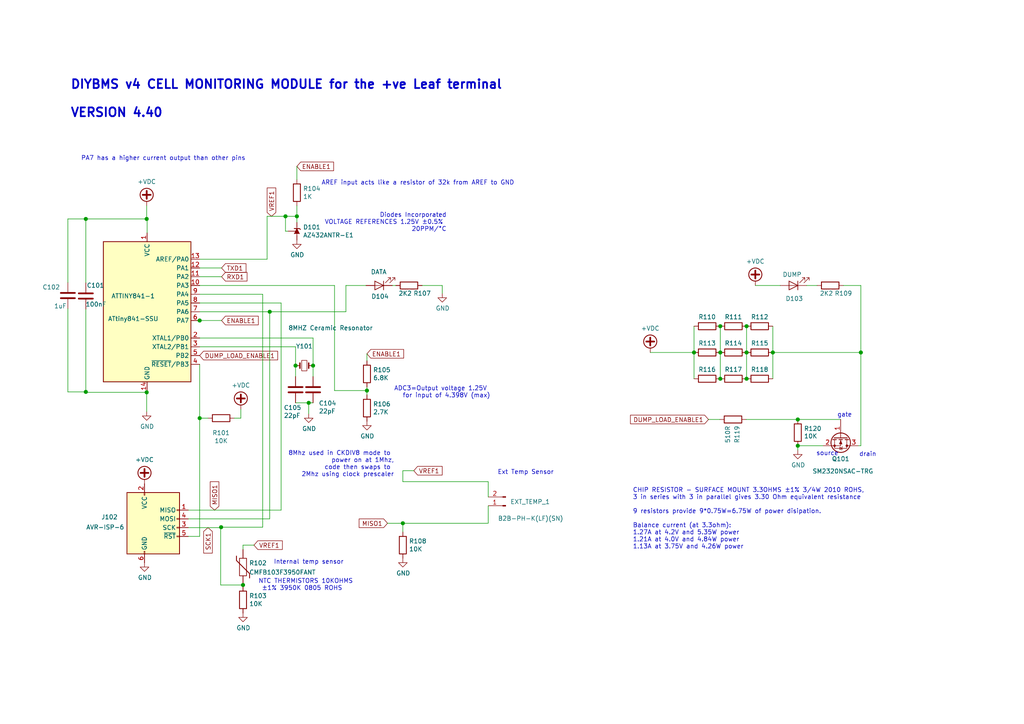
<source format=kicad_sch>
(kicad_sch (version 20210126) (generator eeschema)

  (paper "A4")

  (title_block
    (title "diyBMSv4 - LEAF")
    (date "2021-03-10")
    (rev "2.01")
    (company "Joho Technology Inc")
  )

  (lib_symbols
    (symbol "Device:C" (pin_numbers hide) (pin_names (offset 0.254)) (in_bom yes) (on_board yes)
      (property "Reference" "C" (id 0) (at 0.635 2.54 0)
        (effects (font (size 1.27 1.27)) (justify left))
      )
      (property "Value" "C" (id 1) (at 0.635 -2.54 0)
        (effects (font (size 1.27 1.27)) (justify left))
      )
      (property "Footprint" "" (id 2) (at 0.9652 -3.81 0)
        (effects (font (size 1.27 1.27)) hide)
      )
      (property "Datasheet" "~" (id 3) (at 0 0 0)
        (effects (font (size 1.27 1.27)) hide)
      )
      (property "ki_keywords" "cap capacitor" (id 4) (at 0 0 0)
        (effects (font (size 1.27 1.27)) hide)
      )
      (property "ki_description" "Unpolarized capacitor" (id 5) (at 0 0 0)
        (effects (font (size 1.27 1.27)) hide)
      )
      (property "ki_fp_filters" "C_*" (id 6) (at 0 0 0)
        (effects (font (size 1.27 1.27)) hide)
      )
      (symbol "C_0_1"
        (polyline
          (pts
            (xy -2.032 -0.762)
            (xy 2.032 -0.762)
          )
          (stroke (width 0.508)) (fill (type none))
        )
        (polyline
          (pts
            (xy -2.032 0.762)
            (xy 2.032 0.762)
          )
          (stroke (width 0.508)) (fill (type none))
        )
      )
      (symbol "C_1_1"
        (pin passive line (at 0 3.81 270) (length 2.794)
          (name "~" (effects (font (size 1.27 1.27))))
          (number "1" (effects (font (size 1.27 1.27))))
        )
        (pin passive line (at 0 -3.81 90) (length 2.794)
          (name "~" (effects (font (size 1.27 1.27))))
          (number "2" (effects (font (size 1.27 1.27))))
        )
      )
    )
    (symbol "Device:Crystal_Small" (pin_numbers hide) (pin_names (offset 1.016) hide) (in_bom yes) (on_board yes)
      (property "Reference" "Y" (id 0) (at 0 2.54 0)
        (effects (font (size 1.27 1.27)))
      )
      (property "Value" "Crystal_Small" (id 1) (at 0 -2.54 0)
        (effects (font (size 1.27 1.27)))
      )
      (property "Footprint" "" (id 2) (at 0 0 0)
        (effects (font (size 1.27 1.27)) hide)
      )
      (property "Datasheet" "~" (id 3) (at 0 0 0)
        (effects (font (size 1.27 1.27)) hide)
      )
      (property "ki_keywords" "quartz ceramic resonator oscillator" (id 4) (at 0 0 0)
        (effects (font (size 1.27 1.27)) hide)
      )
      (property "ki_description" "Two pin crystal, small symbol" (id 5) (at 0 0 0)
        (effects (font (size 1.27 1.27)) hide)
      )
      (property "ki_fp_filters" "Crystal*" (id 6) (at 0 0 0)
        (effects (font (size 1.27 1.27)) hide)
      )
      (symbol "Crystal_Small_0_1"
        (rectangle (start -0.762 -1.524) (end 0.762 1.524)
          (stroke (width 0)) (fill (type none))
        )
        (polyline
          (pts
            (xy -1.27 -0.762)
            (xy -1.27 0.762)
          )
          (stroke (width 0.381)) (fill (type none))
        )
        (polyline
          (pts
            (xy 1.27 -0.762)
            (xy 1.27 0.762)
          )
          (stroke (width 0.381)) (fill (type none))
        )
      )
      (symbol "Crystal_Small_1_1"
        (pin passive line (at -2.54 0 0) (length 1.27)
          (name "1" (effects (font (size 1.27 1.27))))
          (number "1" (effects (font (size 1.27 1.27))))
        )
        (pin passive line (at 2.54 0 180) (length 1.27)
          (name "2" (effects (font (size 1.27 1.27))))
          (number "2" (effects (font (size 1.27 1.27))))
        )
      )
    )
    (symbol "Device:R" (pin_numbers hide) (pin_names (offset 0)) (in_bom yes) (on_board yes)
      (property "Reference" "R" (id 0) (at 2.032 0 90)
        (effects (font (size 1.27 1.27)))
      )
      (property "Value" "R" (id 1) (at 0 0 90)
        (effects (font (size 1.27 1.27)))
      )
      (property "Footprint" "" (id 2) (at -1.778 0 90)
        (effects (font (size 1.27 1.27)) hide)
      )
      (property "Datasheet" "~" (id 3) (at 0 0 0)
        (effects (font (size 1.27 1.27)) hide)
      )
      (property "ki_keywords" "R res resistor" (id 4) (at 0 0 0)
        (effects (font (size 1.27 1.27)) hide)
      )
      (property "ki_description" "Resistor" (id 5) (at 0 0 0)
        (effects (font (size 1.27 1.27)) hide)
      )
      (property "ki_fp_filters" "R_*" (id 6) (at 0 0 0)
        (effects (font (size 1.27 1.27)) hide)
      )
      (symbol "R_0_1"
        (rectangle (start -1.016 -2.54) (end 1.016 2.54)
          (stroke (width 0.254)) (fill (type none))
        )
      )
      (symbol "R_1_1"
        (pin passive line (at 0 3.81 270) (length 1.27)
          (name "~" (effects (font (size 1.27 1.27))))
          (number "1" (effects (font (size 1.27 1.27))))
        )
        (pin passive line (at 0 -3.81 90) (length 1.27)
          (name "~" (effects (font (size 1.27 1.27))))
          (number "2" (effects (font (size 1.27 1.27))))
        )
      )
    )
    (symbol "diyBMS-Leaf-rescue:ATtiny841-SSU-MCU_Microchip_ATtiny-diyBMS-Leaf-rescue" (in_bom yes) (on_board yes)
      (property "Reference" "U" (id 0) (at -12.7 21.59 0)
        (effects (font (size 1.27 1.27)) (justify left bottom))
      )
      (property "Value" "ATtiny841-SSU-MCU_Microchip_ATtiny-diyBMS-Leaf-rescue" (id 1) (at 2.54 -21.59 0)
        (effects (font (size 1.27 1.27)) (justify left top))
      )
      (property "Footprint" "Package_SO:SOIC-14_3.9x8.7mm_P1.27mm" (id 2) (at 0 0 0)
        (effects (font (size 1.27 1.27) italic) hide)
      )
      (property "Datasheet" "" (id 3) (at 0 0 0)
        (effects (font (size 1.27 1.27)) hide)
      )
      (property "ki_fp_filters" "SOIC*3.9x8.7mm*P1.27mm*" (id 4) (at 0 0 0)
        (effects (font (size 1.27 1.27)) hide)
      )
      (symbol "ATtiny841-SSU-MCU_Microchip_ATtiny-diyBMS-Leaf-rescue_0_1"
        (rectangle (start -12.7 -20.32) (end 12.7 20.32)
          (stroke (width 0.254)) (fill (type background))
        )
      )
      (symbol "ATtiny841-SSU-MCU_Microchip_ATtiny-diyBMS-Leaf-rescue_1_1"
        (pin power_in line (at 0 22.86 270) (length 2.54)
          (name "VCC" (effects (font (size 1.27 1.27))))
          (number "1" (effects (font (size 1.27 1.27))))
        )
        (pin bidirectional line (at 15.24 7.62 180) (length 2.54)
          (name "PA3" (effects (font (size 1.27 1.27))))
          (number "10" (effects (font (size 1.27 1.27))))
        )
        (pin bidirectional line (at 15.24 10.16 180) (length 2.54)
          (name "PA2" (effects (font (size 1.27 1.27))))
          (number "11" (effects (font (size 1.27 1.27))))
        )
        (pin bidirectional line (at 15.24 12.7 180) (length 2.54)
          (name "PA1" (effects (font (size 1.27 1.27))))
          (number "12" (effects (font (size 1.27 1.27))))
        )
        (pin bidirectional line (at 15.24 15.24 180) (length 2.54)
          (name "AREF/PA0" (effects (font (size 1.27 1.27))))
          (number "13" (effects (font (size 1.27 1.27))))
        )
        (pin power_in line (at 0 -22.86 90) (length 2.54)
          (name "GND" (effects (font (size 1.27 1.27))))
          (number "14" (effects (font (size 1.27 1.27))))
        )
        (pin bidirectional line (at 15.24 -7.62 180) (length 2.54)
          (name "XTAL1/PB0" (effects (font (size 1.27 1.27))))
          (number "2" (effects (font (size 1.27 1.27))))
        )
        (pin bidirectional line (at 15.24 -10.16 180) (length 2.54)
          (name "XTAL2/PB1" (effects (font (size 1.27 1.27))))
          (number "3" (effects (font (size 1.27 1.27))))
        )
        (pin bidirectional line (at 15.24 -15.24 180) (length 2.54)
          (name "~RESET~/PB3" (effects (font (size 1.27 1.27))))
          (number "4" (effects (font (size 1.27 1.27))))
        )
        (pin bidirectional line (at 15.24 -12.7 180) (length 2.54)
          (name "PB2" (effects (font (size 1.27 1.27))))
          (number "5" (effects (font (size 1.27 1.27))))
        )
        (pin bidirectional line (at 15.24 -2.54 180) (length 2.54)
          (name "PA7" (effects (font (size 1.27 1.27))))
          (number "6" (effects (font (size 1.27 1.27))))
        )
        (pin bidirectional line (at 15.24 0 180) (length 2.54)
          (name "PA6" (effects (font (size 1.27 1.27))))
          (number "7" (effects (font (size 1.27 1.27))))
        )
        (pin bidirectional line (at 15.24 2.54 180) (length 2.54)
          (name "PA5" (effects (font (size 1.27 1.27))))
          (number "8" (effects (font (size 1.27 1.27))))
        )
        (pin bidirectional line (at 15.24 5.08 180) (length 2.54)
          (name "PA4" (effects (font (size 1.27 1.27))))
          (number "9" (effects (font (size 1.27 1.27))))
        )
      )
    )
    (symbol "diyBMS-Leaf-rescue:AVR-ISP-6-Connector-diyBMS-Leaf-rescue" (pin_names (offset 1.016)) (in_bom yes) (on_board yes)
      (property "Reference" "J" (id 0) (at -6.35 11.43 0)
        (effects (font (size 1.27 1.27)) (justify left))
      )
      (property "Value" "AVR-ISP-6-Connector-diyBMS-Leaf-rescue" (id 1) (at 0 11.43 0)
        (effects (font (size 1.27 1.27)) (justify left))
      )
      (property "Footprint" "" (id 2) (at -6.35 1.27 90)
        (effects (font (size 1.27 1.27)) hide)
      )
      (property "Datasheet" "" (id 3) (at -32.385 -13.97 0)
        (effects (font (size 1.27 1.27)) hide)
      )
      (property "ki_fp_filters" "IDC?Header*2x03* Pin?Header*2x03*" (id 4) (at 0 0 0)
        (effects (font (size 1.27 1.27)) hide)
      )
      (symbol "AVR-ISP-6-Connector-diyBMS-Leaf-rescue_0_1"
        (rectangle (start -2.667 -6.858) (end -2.413 -7.62)
          (stroke (width 0)) (fill (type none))
        )
        (rectangle (start -2.667 10.16) (end -2.413 9.398)
          (stroke (width 0)) (fill (type none))
        )
        (rectangle (start 7.62 -2.413) (end 6.858 -2.667)
          (stroke (width 0)) (fill (type none))
        )
        (rectangle (start 7.62 0.127) (end 6.858 -0.127)
          (stroke (width 0)) (fill (type none))
        )
        (rectangle (start 7.62 2.667) (end 6.858 2.413)
          (stroke (width 0)) (fill (type none))
        )
        (rectangle (start 7.62 5.207) (end 6.858 4.953)
          (stroke (width 0)) (fill (type none))
        )
        (rectangle (start 7.62 10.16) (end -7.62 -7.62)
          (stroke (width 0.254)) (fill (type background))
        )
      )
      (symbol "AVR-ISP-6-Connector-diyBMS-Leaf-rescue_1_1"
        (pin passive line (at 10.16 5.08 180) (length 2.54)
          (name "MISO" (effects (font (size 1.27 1.27))))
          (number "1" (effects (font (size 1.27 1.27))))
        )
        (pin passive line (at -2.54 12.7 270) (length 2.54)
          (name "VCC" (effects (font (size 1.27 1.27))))
          (number "2" (effects (font (size 1.27 1.27))))
        )
        (pin passive line (at 10.16 0 180) (length 2.54)
          (name "SCK" (effects (font (size 1.27 1.27))))
          (number "3" (effects (font (size 1.27 1.27))))
        )
        (pin passive line (at 10.16 2.54 180) (length 2.54)
          (name "MOSI" (effects (font (size 1.27 1.27))))
          (number "4" (effects (font (size 1.27 1.27))))
        )
        (pin passive line (at 10.16 -2.54 180) (length 2.54)
          (name "~RST" (effects (font (size 1.27 1.27))))
          (number "5" (effects (font (size 1.27 1.27))))
        )
        (pin passive line (at -2.54 -10.16 90) (length 2.54)
          (name "GND" (effects (font (size 1.27 1.27))))
          (number "6" (effects (font (size 1.27 1.27))))
        )
      )
    )
    (symbol "diyBMS-Leaf-rescue:C-Device" (pin_numbers hide) (pin_names (offset 0.254)) (in_bom yes) (on_board yes)
      (property "Reference" "C" (id 0) (at 0.635 2.54 0)
        (effects (font (size 1.27 1.27)) (justify left))
      )
      (property "Value" "C-Device" (id 1) (at 0.635 -2.54 0)
        (effects (font (size 1.27 1.27)) (justify left))
      )
      (property "Footprint" "" (id 2) (at 0.9652 -3.81 0)
        (effects (font (size 1.27 1.27)) hide)
      )
      (property "Datasheet" "" (id 3) (at 0 0 0)
        (effects (font (size 1.27 1.27)) hide)
      )
      (property "ki_fp_filters" "C_*" (id 4) (at 0 0 0)
        (effects (font (size 1.27 1.27)) hide)
      )
      (symbol "C-Device_0_1"
        (polyline
          (pts
            (xy -2.032 -0.762)
            (xy 2.032 -0.762)
          )
          (stroke (width 0.508)) (fill (type none))
        )
        (polyline
          (pts
            (xy -2.032 0.762)
            (xy 2.032 0.762)
          )
          (stroke (width 0.508)) (fill (type none))
        )
      )
      (symbol "C-Device_1_1"
        (pin passive line (at 0 3.81 270) (length 2.794)
          (name "~" (effects (font (size 1.27 1.27))))
          (number "1" (effects (font (size 1.27 1.27))))
        )
        (pin passive line (at 0 -3.81 90) (length 2.794)
          (name "~" (effects (font (size 1.27 1.27))))
          (number "2" (effects (font (size 1.27 1.27))))
        )
      )
    )
    (symbol "diyBMS-Leaf-rescue:CJ432-Reference_Voltage" (pin_numbers hide) (pin_names hide) (in_bom yes) (on_board yes)
      (property "Reference" "U" (id 0) (at -2.54 2.54 0)
        (effects (font (size 1.27 1.27)))
      )
      (property "Value" "CJ432-Reference_Voltage" (id 1) (at 0 -2.54 0)
        (effects (font (size 1.27 1.27)))
      )
      (property "Footprint" "Package_TO_SOT_SMD:SOT-23" (id 2) (at 0 -3.81 0)
        (effects (font (size 1.27 1.27) italic) hide)
      )
      (property "Datasheet" "" (id 3) (at 0 0 0)
        (effects (font (size 1.27 1.27) italic) hide)
      )
      (property "ki_fp_filters" "SOT*23*" (id 4) (at 0 0 0)
        (effects (font (size 1.27 1.27)) hide)
      )
      (symbol "CJ432-Reference_Voltage_0_1"
        (polyline
          (pts
            (xy -1.27 0)
            (xy 0 0)
            (xy 1.27 0)
          )
          (stroke (width 0)) (fill (type none))
        )
        (polyline
          (pts
            (xy 0.508 -1.016)
            (xy 0.762 -0.762)
            (xy 0.762 0.762)
            (xy 0.762 0.762)
          )
          (stroke (width 0.254)) (fill (type none))
        )
        (polyline
          (pts
            (xy -0.762 0.762)
            (xy 0.762 0)
            (xy -0.762 -0.762)
          )
          (stroke (width 0)) (fill (type outline))
        )
      )
      (symbol "CJ432-Reference_Voltage_1_1"
        (pin passive line (at 0 2.54 270) (length 2.54)
          (name "REF" (effects (font (size 1.27 1.27))))
          (number "1" (effects (font (size 1.27 1.27))))
        )
        (pin passive line (at 2.54 0 180) (length 1.27)
          (name "K" (effects (font (size 1.27 1.27))))
          (number "2" (effects (font (size 1.27 1.27))))
        )
        (pin passive line (at -2.54 0 0) (length 1.27)
          (name "A" (effects (font (size 1.27 1.27))))
          (number "3" (effects (font (size 1.27 1.27))))
        )
      )
    )
    (symbol "diyBMS-Leaf-rescue:Conn_01x02_Male-Connector" (pin_names (offset 1.016) hide) (in_bom yes) (on_board yes)
      (property "Reference" "J" (id 0) (at 0 2.54 0)
        (effects (font (size 1.27 1.27)))
      )
      (property "Value" "Conn_01x02_Male-Connector" (id 1) (at 0 -5.08 0)
        (effects (font (size 1.27 1.27)))
      )
      (property "Footprint" "" (id 2) (at 0 0 0)
        (effects (font (size 1.27 1.27)) hide)
      )
      (property "Datasheet" "" (id 3) (at 0 0 0)
        (effects (font (size 1.27 1.27)) hide)
      )
      (property "ki_fp_filters" "Connector*:*_1x??_*" (id 4) (at 0 0 0)
        (effects (font (size 1.27 1.27)) hide)
      )
      (symbol "Conn_01x02_Male-Connector_1_1"
        (rectangle (start 0.8636 -2.413) (end 0 -2.667)
          (stroke (width 0.1524)) (fill (type outline))
        )
        (rectangle (start 0.8636 0.127) (end 0 -0.127)
          (stroke (width 0.1524)) (fill (type outline))
        )
        (polyline
          (pts
            (xy 1.27 -2.54)
            (xy 0.8636 -2.54)
          )
          (stroke (width 0.1524)) (fill (type none))
        )
        (polyline
          (pts
            (xy 1.27 0)
            (xy 0.8636 0)
          )
          (stroke (width 0.1524)) (fill (type none))
        )
        (pin passive line (at 5.08 0 180) (length 3.81)
          (name "Pin_1" (effects (font (size 1.27 1.27))))
          (number "1" (effects (font (size 1.27 1.27))))
        )
        (pin passive line (at 5.08 -2.54 180) (length 3.81)
          (name "Pin_2" (effects (font (size 1.27 1.27))))
          (number "2" (effects (font (size 1.27 1.27))))
        )
      )
    )
    (symbol "diyBMS-Leaf-rescue:LED-Device" (pin_numbers hide) (pin_names (offset 1.016) hide) (in_bom yes) (on_board yes)
      (property "Reference" "D" (id 0) (at 0 2.54 0)
        (effects (font (size 1.27 1.27)))
      )
      (property "Value" "LED-Device" (id 1) (at 0 -2.54 0)
        (effects (font (size 1.27 1.27)))
      )
      (property "Footprint" "" (id 2) (at 0 0 0)
        (effects (font (size 1.27 1.27)) hide)
      )
      (property "Datasheet" "" (id 3) (at 0 0 0)
        (effects (font (size 1.27 1.27)) hide)
      )
      (property "ki_fp_filters" "LED* LED_SMD:* LED_THT:*" (id 4) (at 0 0 0)
        (effects (font (size 1.27 1.27)) hide)
      )
      (symbol "LED-Device_0_1"
        (polyline
          (pts
            (xy -1.27 -1.27)
            (xy -1.27 1.27)
          )
          (stroke (width 0.2032)) (fill (type none))
        )
        (polyline
          (pts
            (xy -1.27 0)
            (xy 1.27 0)
          )
          (stroke (width 0)) (fill (type none))
        )
        (polyline
          (pts
            (xy 1.27 -1.27)
            (xy 1.27 1.27)
            (xy -1.27 0)
            (xy 1.27 -1.27)
          )
          (stroke (width 0.2032)) (fill (type none))
        )
        (polyline
          (pts
            (xy -3.048 -0.762)
            (xy -4.572 -2.286)
            (xy -3.81 -2.286)
            (xy -4.572 -2.286)
            (xy -4.572 -1.524)
          )
          (stroke (width 0)) (fill (type none))
        )
        (polyline
          (pts
            (xy -1.778 -0.762)
            (xy -3.302 -2.286)
            (xy -2.54 -2.286)
            (xy -3.302 -2.286)
            (xy -3.302 -1.524)
          )
          (stroke (width 0)) (fill (type none))
        )
      )
      (symbol "LED-Device_1_1"
        (pin passive line (at -3.81 0 0) (length 2.54)
          (name "K" (effects (font (size 1.27 1.27))))
          (number "1" (effects (font (size 1.27 1.27))))
        )
        (pin passive line (at 3.81 0 180) (length 2.54)
          (name "A" (effects (font (size 1.27 1.27))))
          (number "2" (effects (font (size 1.27 1.27))))
        )
      )
    )
    (symbol "diyBMS-Leaf-rescue:Q_NMOS_GSD-Device" (pin_names (offset 0) hide) (in_bom yes) (on_board yes)
      (property "Reference" "Q" (id 0) (at 5.08 1.27 0)
        (effects (font (size 1.27 1.27)) (justify left))
      )
      (property "Value" "Q_NMOS_GSD-Device" (id 1) (at 5.08 -1.27 0)
        (effects (font (size 1.27 1.27)) (justify left))
      )
      (property "Footprint" "" (id 2) (at 5.08 2.54 0)
        (effects (font (size 1.27 1.27)) hide)
      )
      (property "Datasheet" "" (id 3) (at 0 0 0)
        (effects (font (size 1.27 1.27)) hide)
      )
      (symbol "Q_NMOS_GSD-Device_0_1"
        (circle (center 1.651 0) (radius 2.8194) (stroke (width 0.254)) (fill (type none)))
        (circle (center 2.54 -1.778) (radius 0.2794) (stroke (width 0)) (fill (type outline)))
        (circle (center 2.54 1.778) (radius 0.2794) (stroke (width 0)) (fill (type outline)))
        (polyline
          (pts
            (xy 0.0508 0)
            (xy 0.254 0)
          )
          (stroke (width 0)) (fill (type none))
        )
        (polyline
          (pts
            (xy 0.762 -1.778)
            (xy 2.54 -1.778)
          )
          (stroke (width 0)) (fill (type none))
        )
        (polyline
          (pts
            (xy 0.762 -1.27)
            (xy 0.762 -2.286)
          )
          (stroke (width 0.254)) (fill (type none))
        )
        (polyline
          (pts
            (xy 0.762 0)
            (xy 2.54 0)
          )
          (stroke (width 0)) (fill (type none))
        )
        (polyline
          (pts
            (xy 0.762 0.508)
            (xy 0.762 -0.508)
          )
          (stroke (width 0.254)) (fill (type none))
        )
        (polyline
          (pts
            (xy 0.762 1.778)
            (xy 2.54 1.778)
          )
          (stroke (width 0)) (fill (type none))
        )
        (polyline
          (pts
            (xy 0.762 2.286)
            (xy 0.762 1.27)
          )
          (stroke (width 0.254)) (fill (type none))
        )
        (polyline
          (pts
            (xy 2.54 -1.778)
            (xy 2.54 -2.54)
          )
          (stroke (width 0)) (fill (type none))
        )
        (polyline
          (pts
            (xy 2.54 -1.778)
            (xy 2.54 0)
          )
          (stroke (width 0)) (fill (type none))
        )
        (polyline
          (pts
            (xy 2.54 2.54)
            (xy 2.54 1.778)
          )
          (stroke (width 0)) (fill (type none))
        )
        (polyline
          (pts
            (xy 0.254 1.905)
            (xy 0.254 -1.905)
            (xy 0.254 -1.905)
          )
          (stroke (width 0.254)) (fill (type none))
        )
        (polyline
          (pts
            (xy 2.54 -1.778)
            (xy 3.302 -1.778)
            (xy 3.302 1.778)
            (xy 2.54 1.778)
          )
          (stroke (width 0)) (fill (type none))
        )
        (polyline
          (pts
            (xy 2.794 0.508)
            (xy 2.921 0.381)
            (xy 3.683 0.381)
            (xy 3.81 0.254)
          )
          (stroke (width 0)) (fill (type none))
        )
        (polyline
          (pts
            (xy 3.302 0.381)
            (xy 2.921 -0.254)
            (xy 3.683 -0.254)
            (xy 3.302 0.381)
          )
          (stroke (width 0)) (fill (type none))
        )
        (polyline
          (pts
            (xy 1.016 0)
            (xy 2.032 0.381)
            (xy 2.032 -0.381)
            (xy 1.016 0)
          )
          (stroke (width 0)) (fill (type outline))
        )
      )
      (symbol "Q_NMOS_GSD-Device_1_1"
        (pin input line (at -5.08 0 0) (length 5.08)
          (name "G" (effects (font (size 1.27 1.27))))
          (number "1" (effects (font (size 1.27 1.27))))
        )
        (pin passive line (at 2.54 -5.08 90) (length 2.54)
          (name "S" (effects (font (size 1.27 1.27))))
          (number "2" (effects (font (size 1.27 1.27))))
        )
        (pin passive line (at 2.54 5.08 270) (length 2.54)
          (name "D" (effects (font (size 1.27 1.27))))
          (number "3" (effects (font (size 1.27 1.27))))
        )
      )
    )
    (symbol "diyBMS-Leaf-rescue:R-Device" (pin_numbers hide) (pin_names (offset 0)) (in_bom yes) (on_board yes)
      (property "Reference" "R" (id 0) (at 2.032 0 90)
        (effects (font (size 1.27 1.27)))
      )
      (property "Value" "R-Device" (id 1) (at 0 0 90)
        (effects (font (size 1.27 1.27)))
      )
      (property "Footprint" "" (id 2) (at -1.778 0 90)
        (effects (font (size 1.27 1.27)) hide)
      )
      (property "Datasheet" "" (id 3) (at 0 0 0)
        (effects (font (size 1.27 1.27)) hide)
      )
      (property "ki_fp_filters" "R_*" (id 4) (at 0 0 0)
        (effects (font (size 1.27 1.27)) hide)
      )
      (symbol "R-Device_0_1"
        (rectangle (start -1.016 -2.54) (end 1.016 2.54)
          (stroke (width 0.254)) (fill (type none))
        )
      )
      (symbol "R-Device_1_1"
        (pin passive line (at 0 3.81 270) (length 1.27)
          (name "~" (effects (font (size 1.27 1.27))))
          (number "1" (effects (font (size 1.27 1.27))))
        )
        (pin passive line (at 0 -3.81 90) (length 1.27)
          (name "~" (effects (font (size 1.27 1.27))))
          (number "2" (effects (font (size 1.27 1.27))))
        )
      )
    )
    (symbol "diyBMS-Leaf-rescue:Thermistor-Device" (pin_numbers hide) (pin_names (offset 0)) (in_bom yes) (on_board yes)
      (property "Reference" "TH" (id 0) (at 2.54 1.27 90)
        (effects (font (size 1.27 1.27)))
      )
      (property "Value" "Thermistor-Device" (id 1) (at -2.54 0 90)
        (effects (font (size 1.27 1.27)) (justify bottom))
      )
      (property "Footprint" "" (id 2) (at 0 0 0)
        (effects (font (size 1.27 1.27)) hide)
      )
      (property "Datasheet" "" (id 3) (at 0 0 0)
        (effects (font (size 1.27 1.27)) hide)
      )
      (property "ki_fp_filters" "R_*" (id 4) (at 0 0 0)
        (effects (font (size 1.27 1.27)) hide)
      )
      (symbol "Thermistor-Device_0_1"
        (rectangle (start -1.016 2.54) (end 1.016 -2.54)
          (stroke (width 0.2032)) (fill (type none))
        )
        (polyline
          (pts
            (xy -1.905 3.175)
            (xy -1.905 1.905)
            (xy 1.905 -1.905)
            (xy 1.905 -3.175)
            (xy 1.905 -3.175)
          )
          (stroke (width 0.254)) (fill (type none))
        )
      )
      (symbol "Thermistor-Device_1_1"
        (pin passive line (at 0 5.08 270) (length 2.54)
          (name "~" (effects (font (size 1.27 1.27))))
          (number "1" (effects (font (size 1.27 1.27))))
        )
        (pin passive line (at 0 -5.08 90) (length 2.54)
          (name "~" (effects (font (size 1.27 1.27))))
          (number "2" (effects (font (size 1.27 1.27))))
        )
      )
    )
    (symbol "power:+VDC" (power) (pin_names (offset 0)) (in_bom yes) (on_board yes)
      (property "Reference" "#PWR" (id 0) (at 0 -2.54 0)
        (effects (font (size 1.27 1.27)) hide)
      )
      (property "Value" "+VDC" (id 1) (at 0 6.35 0)
        (effects (font (size 1.27 1.27)))
      )
      (property "Footprint" "" (id 2) (at 0 0 0)
        (effects (font (size 1.27 1.27)) hide)
      )
      (property "Datasheet" "" (id 3) (at 0 0 0)
        (effects (font (size 1.27 1.27)) hide)
      )
      (property "ki_keywords" "power-flag" (id 4) (at 0 0 0)
        (effects (font (size 1.27 1.27)) hide)
      )
      (property "ki_description" "Power symbol creates a global label with name \"+VDC\"" (id 5) (at 0 0 0)
        (effects (font (size 1.27 1.27)) hide)
      )
      (symbol "+VDC_0_1"
        (circle (center 0 3.175) (radius 1.905) (stroke (width 0.254)) (fill (type none)))
        (polyline
          (pts
            (xy -1.143 3.175)
            (xy 1.143 3.175)
          )
          (stroke (width 0.508)) (fill (type none))
        )
        (polyline
          (pts
            (xy 0 0)
            (xy 0 1.27)
          )
          (stroke (width 0)) (fill (type none))
        )
        (polyline
          (pts
            (xy 0 2.032)
            (xy 0 4.318)
          )
          (stroke (width 0.508)) (fill (type none))
        )
      )
      (symbol "+VDC_1_1"
        (pin power_in line (at 0 0 90) (length 0) hide
          (name "+VDC" (effects (font (size 1.27 1.27))))
          (number "1" (effects (font (size 1.27 1.27))))
        )
      )
    )
    (symbol "power:GND" (power) (pin_names (offset 0)) (in_bom yes) (on_board yes)
      (property "Reference" "#PWR" (id 0) (at 0 -6.35 0)
        (effects (font (size 1.27 1.27)) hide)
      )
      (property "Value" "GND" (id 1) (at 0 -3.81 0)
        (effects (font (size 1.27 1.27)))
      )
      (property "Footprint" "" (id 2) (at 0 0 0)
        (effects (font (size 1.27 1.27)) hide)
      )
      (property "Datasheet" "" (id 3) (at 0 0 0)
        (effects (font (size 1.27 1.27)) hide)
      )
      (property "ki_keywords" "power-flag" (id 4) (at 0 0 0)
        (effects (font (size 1.27 1.27)) hide)
      )
      (property "ki_description" "Power symbol creates a global label with name \"GND\" , ground" (id 5) (at 0 0 0)
        (effects (font (size 1.27 1.27)) hide)
      )
      (symbol "GND_0_1"
        (polyline
          (pts
            (xy 0 0)
            (xy 0 -1.27)
            (xy 1.27 -1.27)
            (xy 0 -2.54)
            (xy -1.27 -1.27)
            (xy 0 -1.27)
          )
          (stroke (width 0)) (fill (type none))
        )
      )
      (symbol "GND_1_1"
        (pin power_in line (at 0 0 270) (length 0) hide
          (name "GND" (effects (font (size 1.27 1.27))))
          (number "1" (effects (font (size 1.27 1.27))))
        )
      )
    )
  )

  (junction (at 24.892 63.5) (diameter 1.016) (color 0 0 0 0))
  (junction (at 24.892 113.665) (diameter 1.016) (color 0 0 0 0))
  (junction (at 42.545 63.5) (diameter 1.016) (color 0 0 0 0))
  (junction (at 42.545 113.792) (diameter 1.016) (color 0 0 0 0))
  (junction (at 57.912 92.964) (diameter 1.016) (color 0 0 0 0))
  (junction (at 57.912 121.285) (diameter 1.016) (color 0 0 0 0))
  (junction (at 64.135 152.908) (diameter 1.016) (color 0 0 0 0))
  (junction (at 70.485 169.672) (diameter 1.016) (color 0 0 0 0))
  (junction (at 78.232 90.424) (diameter 1.016) (color 0 0 0 0))
  (junction (at 82.804 62.738) (diameter 1.016) (color 0 0 0 0))
  (junction (at 85.725 106.045) (diameter 1.016) (color 0 0 0 0))
  (junction (at 86.106 62.738) (diameter 1.016) (color 0 0 0 0))
  (junction (at 89.535 116.84) (diameter 1.016) (color 0 0 0 0))
  (junction (at 90.805 106.045) (diameter 1.016) (color 0 0 0 0))
  (junction (at 106.426 113.284) (diameter 1.016) (color 0 0 0 0))
  (junction (at 116.84 151.765) (diameter 1.016) (color 0 0 0 0))
  (junction (at 201.295 102.235) (diameter 1.016) (color 0 0 0 0))
  (junction (at 208.915 94.615) (diameter 1.016) (color 0 0 0 0))
  (junction (at 208.915 102.235) (diameter 1.016) (color 0 0 0 0))
  (junction (at 208.915 109.855) (diameter 1.016) (color 0 0 0 0))
  (junction (at 216.535 94.615) (diameter 1.016) (color 0 0 0 0))
  (junction (at 216.535 102.235) (diameter 1.016) (color 0 0 0 0))
  (junction (at 216.535 109.855) (diameter 1.016) (color 0 0 0 0))
  (junction (at 224.155 102.235) (diameter 1.016) (color 0 0 0 0))
  (junction (at 231.394 121.666) (diameter 1.016) (color 0 0 0 0))
  (junction (at 231.394 129.286) (diameter 1.016) (color 0 0 0 0))
  (junction (at 249.682 102.235) (diameter 1.016) (color 0 0 0 0))

  (wire (pts (xy 19.685 63.5) (xy 24.892 63.5))
    (stroke (width 0) (type solid) (color 0 0 0 0))
    (uuid f91fb419-f49d-4183-aa83-73fa3c766978)
  )
  (wire (pts (xy 19.685 81.915) (xy 19.685 63.5))
    (stroke (width 0) (type solid) (color 0 0 0 0))
    (uuid 8d90333b-5e84-423b-a9bb-6f66016c6ad8)
  )
  (wire (pts (xy 19.685 89.535) (xy 19.685 113.665))
    (stroke (width 0) (type solid) (color 0 0 0 0))
    (uuid f1992f3c-4086-4863-9945-93e6be13856f)
  )
  (wire (pts (xy 19.685 113.665) (xy 24.892 113.665))
    (stroke (width 0) (type solid) (color 0 0 0 0))
    (uuid f1992f3c-4086-4863-9945-93e6be13856f)
  )
  (wire (pts (xy 24.892 63.5) (xy 24.892 82.042))
    (stroke (width 0) (type solid) (color 0 0 0 0))
    (uuid 4c654eca-b282-481c-8477-ed9cdab4762a)
  )
  (wire (pts (xy 24.892 63.5) (xy 42.545 63.5))
    (stroke (width 0) (type solid) (color 0 0 0 0))
    (uuid f91fb419-f49d-4183-aa83-73fa3c766978)
  )
  (wire (pts (xy 24.892 89.662) (xy 24.892 113.665))
    (stroke (width 0) (type solid) (color 0 0 0 0))
    (uuid b974245a-801d-4246-a392-b7eb3af5c6f4)
  )
  (wire (pts (xy 24.892 113.665) (xy 24.892 113.792))
    (stroke (width 0) (type solid) (color 0 0 0 0))
    (uuid b974245a-801d-4246-a392-b7eb3af5c6f4)
  )
  (wire (pts (xy 24.892 113.792) (xy 42.545 113.792))
    (stroke (width 0) (type solid) (color 0 0 0 0))
    (uuid 3c1c887f-2ace-4924-a014-b315a7ed83d4)
  )
  (wire (pts (xy 42.545 59.69) (xy 42.545 63.5))
    (stroke (width 0) (type solid) (color 0 0 0 0))
    (uuid 4455b37e-d4ed-4b1f-bbff-2cf9e3b3545c)
  )
  (wire (pts (xy 42.545 113.792) (xy 42.672 113.792))
    (stroke (width 0) (type solid) (color 0 0 0 0))
    (uuid 3c1c887f-2ace-4924-a014-b315a7ed83d4)
  )
  (wire (pts (xy 42.545 119.38) (xy 42.545 113.792))
    (stroke (width 0) (type solid) (color 0 0 0 0))
    (uuid 3c1c887f-2ace-4924-a014-b315a7ed83d4)
  )
  (wire (pts (xy 42.672 63.5) (xy 42.545 63.5))
    (stroke (width 0) (type solid) (color 0 0 0 0))
    (uuid f91fb419-f49d-4183-aa83-73fa3c766978)
  )
  (wire (pts (xy 42.672 63.5) (xy 42.672 67.564))
    (stroke (width 0) (type solid) (color 0 0 0 0))
    (uuid ba60cf7c-a38d-4a32-85b9-5e6a3f88a550)
  )
  (wire (pts (xy 42.672 113.284) (xy 42.672 113.792))
    (stroke (width 0) (type solid) (color 0 0 0 0))
    (uuid d8d91031-73b1-4bb7-bd1b-dfdec84f30f3)
  )
  (wire (pts (xy 54.61 147.955) (xy 81.534 147.955))
    (stroke (width 0) (type solid) (color 0 0 0 0))
    (uuid 2c3d9ee2-924e-4761-ac58-9d68b4cc53b9)
  )
  (wire (pts (xy 54.61 150.495) (xy 78.232 150.495))
    (stroke (width 0) (type solid) (color 0 0 0 0))
    (uuid af906b26-ab35-4570-9aec-11b693069e33)
  )
  (wire (pts (xy 54.61 153.035) (xy 64.135 153.035))
    (stroke (width 0) (type solid) (color 0 0 0 0))
    (uuid 4ca09113-acc7-45db-8ca2-af7d3c10fb85)
  )
  (wire (pts (xy 54.61 155.575) (xy 57.912 155.575))
    (stroke (width 0) (type solid) (color 0 0 0 0))
    (uuid d89bc7c3-7fe4-4037-8046-6eb6d99236b3)
  )
  (wire (pts (xy 57.785 92.964) (xy 57.912 92.964))
    (stroke (width 0) (type solid) (color 0 0 0 0))
    (uuid dcf4c8a2-397e-416c-8aba-fef39f1ff0ec)
  )
  (wire (pts (xy 57.912 75.184) (xy 77.47 75.184))
    (stroke (width 0) (type solid) (color 0 0 0 0))
    (uuid 20366d0c-f02b-4188-84d7-7d13b3a285bb)
  )
  (wire (pts (xy 57.912 77.724) (xy 64.262 77.724))
    (stroke (width 0) (type solid) (color 0 0 0 0))
    (uuid 3efcd46c-46f1-45fb-8a70-42d5887214b0)
  )
  (wire (pts (xy 57.912 80.264) (xy 64.262 80.264))
    (stroke (width 0) (type solid) (color 0 0 0 0))
    (uuid 91ce13ea-8d95-46fc-8e8a-6173c81e8a0b)
  )
  (wire (pts (xy 57.912 82.804) (xy 97.028 82.804))
    (stroke (width 0) (type solid) (color 0 0 0 0))
    (uuid 586fb7f2-b80b-4794-87e6-db4c20072c91)
  )
  (wire (pts (xy 57.912 85.344) (xy 76.2 85.344))
    (stroke (width 0) (type solid) (color 0 0 0 0))
    (uuid e3d500e5-61a0-4e9e-8832-226190460043)
  )
  (wire (pts (xy 57.912 87.884) (xy 81.534 87.884))
    (stroke (width 0) (type solid) (color 0 0 0 0))
    (uuid 3e0611ce-40de-4af8-b4d1-142e84e616f2)
  )
  (wire (pts (xy 57.912 92.964) (xy 64.262 92.964))
    (stroke (width 0) (type solid) (color 0 0 0 0))
    (uuid dcf4c8a2-397e-416c-8aba-fef39f1ff0ec)
  )
  (wire (pts (xy 57.912 98.044) (xy 90.805 98.044))
    (stroke (width 0) (type solid) (color 0 0 0 0))
    (uuid 8781c716-9390-4983-935e-ff87454016e9)
  )
  (wire (pts (xy 57.912 100.584) (xy 85.725 100.584))
    (stroke (width 0) (type solid) (color 0 0 0 0))
    (uuid fc25d89f-123e-4e8a-a452-1cc73bddee3f)
  )
  (wire (pts (xy 57.912 105.664) (xy 57.912 121.285))
    (stroke (width 0) (type solid) (color 0 0 0 0))
    (uuid 974f6468-05b2-426b-9375-22005c30f3a5)
  )
  (wire (pts (xy 57.912 121.285) (xy 57.912 155.575))
    (stroke (width 0) (type solid) (color 0 0 0 0))
    (uuid 974f6468-05b2-426b-9375-22005c30f3a5)
  )
  (wire (pts (xy 57.912 121.285) (xy 60.325 121.285))
    (stroke (width 0) (type solid) (color 0 0 0 0))
    (uuid 373b24d4-c406-46c3-b4e0-b299f5f49249)
  )
  (wire (pts (xy 64.008 169.672) (xy 64.008 152.908))
    (stroke (width 0) (type solid) (color 0 0 0 0))
    (uuid 319b61a7-0ed0-4b19-833a-c6d2baca338f)
  )
  (wire (pts (xy 64.008 169.672) (xy 70.485 169.672))
    (stroke (width 0) (type solid) (color 0 0 0 0))
    (uuid d0b62d45-62d2-402b-a75a-21a380e7e4cf)
  )
  (wire (pts (xy 64.135 152.908) (xy 64.008 152.908))
    (stroke (width 0) (type solid) (color 0 0 0 0))
    (uuid a3aef79a-502f-4761-8a42-72ed9bae111f)
  )
  (wire (pts (xy 64.135 153.035) (xy 64.135 152.908))
    (stroke (width 0) (type solid) (color 0 0 0 0))
    (uuid 4ca09113-acc7-45db-8ca2-af7d3c10fb85)
  )
  (wire (pts (xy 67.945 121.285) (xy 69.85 121.285))
    (stroke (width 0) (type solid) (color 0 0 0 0))
    (uuid f346fc12-7b49-44bc-b4c2-404cf3024819)
  )
  (wire (pts (xy 69.85 121.285) (xy 69.85 118.745))
    (stroke (width 0) (type solid) (color 0 0 0 0))
    (uuid f346fc12-7b49-44bc-b4c2-404cf3024819)
  )
  (wire (pts (xy 70.485 158.115) (xy 73.66 158.115))
    (stroke (width 0) (type solid) (color 0 0 0 0))
    (uuid 91e12a5f-f631-4fc7-8aaa-1cbfb03f123e)
  )
  (wire (pts (xy 70.485 159.385) (xy 70.485 158.115))
    (stroke (width 0) (type solid) (color 0 0 0 0))
    (uuid 91e12a5f-f631-4fc7-8aaa-1cbfb03f123e)
  )
  (wire (pts (xy 70.485 169.545) (xy 70.485 169.672))
    (stroke (width 0) (type solid) (color 0 0 0 0))
    (uuid a483b30c-7a27-4fc7-bfe1-1880623478be)
  )
  (wire (pts (xy 70.485 169.672) (xy 70.485 170.18))
    (stroke (width 0) (type solid) (color 0 0 0 0))
    (uuid a483b30c-7a27-4fc7-bfe1-1880623478be)
  )
  (wire (pts (xy 76.2 85.344) (xy 76.2 152.908))
    (stroke (width 0) (type solid) (color 0 0 0 0))
    (uuid 5a4bcbde-a15d-45fc-8393-094ce0464f43)
  )
  (wire (pts (xy 76.2 152.908) (xy 64.135 152.908))
    (stroke (width 0) (type solid) (color 0 0 0 0))
    (uuid a3aef79a-502f-4761-8a42-72ed9bae111f)
  )
  (wire (pts (xy 77.47 62.738) (xy 82.804 62.738))
    (stroke (width 0) (type solid) (color 0 0 0 0))
    (uuid b9f70656-30dd-471f-954b-3c7e4fd08252)
  )
  (wire (pts (xy 77.47 75.184) (xy 77.47 62.738))
    (stroke (width 0) (type solid) (color 0 0 0 0))
    (uuid 27a291a2-ecb0-44ad-8d18-82bb508b9a71)
  )
  (wire (pts (xy 78.232 90.424) (xy 57.912 90.424))
    (stroke (width 0) (type solid) (color 0 0 0 0))
    (uuid ff2b515d-dc2d-41e9-97d3-01b3801b54a6)
  )
  (wire (pts (xy 78.232 90.424) (xy 78.232 150.495))
    (stroke (width 0) (type solid) (color 0 0 0 0))
    (uuid ab6c35ea-6d46-4e0b-aa6a-b1f213e89b46)
  )
  (wire (pts (xy 81.534 87.884) (xy 81.534 147.955))
    (stroke (width 0) (type solid) (color 0 0 0 0))
    (uuid aca4d3b3-226c-4ca3-a2b8-3585cbfaa68a)
  )
  (wire (pts (xy 82.804 62.738) (xy 86.106 62.738))
    (stroke (width 0) (type solid) (color 0 0 0 0))
    (uuid 87f790e4-4745-4796-a1f0-6b8e870dd4e7)
  )
  (wire (pts (xy 82.804 67.056) (xy 82.804 62.738))
    (stroke (width 0) (type solid) (color 0 0 0 0))
    (uuid 6759bb76-7c75-4bba-b6ac-0e05aed8f69c)
  )
  (wire (pts (xy 83.566 67.056) (xy 82.804 67.056))
    (stroke (width 0) (type solid) (color 0 0 0 0))
    (uuid e84be3ea-6f9e-48dc-b05f-ffe422337ee1)
  )
  (wire (pts (xy 85.725 100.584) (xy 85.725 106.045))
    (stroke (width 0) (type solid) (color 0 0 0 0))
    (uuid fc25d89f-123e-4e8a-a452-1cc73bddee3f)
  )
  (wire (pts (xy 85.725 106.045) (xy 85.725 109.22))
    (stroke (width 0) (type solid) (color 0 0 0 0))
    (uuid d20f366c-b420-4941-b099-c40f821590be)
  )
  (wire (pts (xy 85.725 116.84) (xy 89.535 116.84))
    (stroke (width 0) (type solid) (color 0 0 0 0))
    (uuid 2b57ab93-6290-4d9b-8aae-45f8d0a0a505)
  )
  (wire (pts (xy 86.106 48.26) (xy 86.106 52.07))
    (stroke (width 0) (type solid) (color 0 0 0 0))
    (uuid 1301d3ea-04ca-40a5-b5f1-851d094df2b3)
  )
  (wire (pts (xy 86.106 62.738) (xy 86.106 59.69))
    (stroke (width 0) (type solid) (color 0 0 0 0))
    (uuid 192f1a7e-32fe-4a38-b5f6-cfe281be6797)
  )
  (wire (pts (xy 86.106 64.516) (xy 86.106 62.738))
    (stroke (width 0) (type solid) (color 0 0 0 0))
    (uuid 2bb01927-a152-4a6d-87f6-bfbeac3ecb9d)
  )
  (wire (pts (xy 89.535 116.84) (xy 89.535 120.015))
    (stroke (width 0) (type solid) (color 0 0 0 0))
    (uuid 4249c429-a648-4331-bf3d-f3c13fe78b4a)
  )
  (wire (pts (xy 89.535 116.84) (xy 90.805 116.84))
    (stroke (width 0) (type solid) (color 0 0 0 0))
    (uuid 2b57ab93-6290-4d9b-8aae-45f8d0a0a505)
  )
  (wire (pts (xy 90.805 98.044) (xy 90.805 106.045))
    (stroke (width 0) (type solid) (color 0 0 0 0))
    (uuid 8781c716-9390-4983-935e-ff87454016e9)
  )
  (wire (pts (xy 90.805 106.045) (xy 90.805 109.22))
    (stroke (width 0) (type solid) (color 0 0 0 0))
    (uuid 9d5be56d-d3a3-47e4-8c6d-5c4b438f0933)
  )
  (wire (pts (xy 97.028 82.804) (xy 97.028 113.284))
    (stroke (width 0) (type solid) (color 0 0 0 0))
    (uuid c50ab1a4-502e-4e46-b562-d4028ee52501)
  )
  (wire (pts (xy 97.028 113.284) (xy 106.426 113.284))
    (stroke (width 0) (type solid) (color 0 0 0 0))
    (uuid dc68be63-59ef-41c9-8c06-4da0c0ebce44)
  )
  (wire (pts (xy 100.33 82.804) (xy 100.33 90.424))
    (stroke (width 0) (type solid) (color 0 0 0 0))
    (uuid a571620e-1e6a-4c8e-b693-978df496f476)
  )
  (wire (pts (xy 100.33 90.424) (xy 78.232 90.424))
    (stroke (width 0) (type solid) (color 0 0 0 0))
    (uuid a571620e-1e6a-4c8e-b693-978df496f476)
  )
  (wire (pts (xy 106.172 82.804) (xy 100.33 82.804))
    (stroke (width 0) (type solid) (color 0 0 0 0))
    (uuid a571620e-1e6a-4c8e-b693-978df496f476)
  )
  (wire (pts (xy 106.426 102.616) (xy 106.426 104.648))
    (stroke (width 0) (type solid) (color 0 0 0 0))
    (uuid ed618fee-99b6-41d5-978e-b8ca04419a2d)
  )
  (wire (pts (xy 106.426 113.284) (xy 106.426 112.268))
    (stroke (width 0) (type solid) (color 0 0 0 0))
    (uuid 131c654a-0050-4bfb-b12a-9650286503a6)
  )
  (wire (pts (xy 106.426 114.554) (xy 106.426 113.284))
    (stroke (width 0) (type solid) (color 0 0 0 0))
    (uuid fda7e41b-8787-41f1-b4dd-91c8021f69b8)
  )
  (wire (pts (xy 112.395 151.765) (xy 116.84 151.765))
    (stroke (width 0) (type solid) (color 0 0 0 0))
    (uuid 32cfd775-f634-46f0-b876-997f4d0afdbe)
  )
  (wire (pts (xy 113.792 82.804) (xy 114.808 82.804))
    (stroke (width 0) (type solid) (color 0 0 0 0))
    (uuid 879e8656-c922-41ae-b4f5-dce5c01cf654)
  )
  (wire (pts (xy 116.84 136.525) (xy 120.015 136.525))
    (stroke (width 0) (type solid) (color 0 0 0 0))
    (uuid 38596a6a-1730-41cb-99c9-e5ebbea864df)
  )
  (wire (pts (xy 116.84 139.7) (xy 116.84 136.525))
    (stroke (width 0) (type solid) (color 0 0 0 0))
    (uuid 38596a6a-1730-41cb-99c9-e5ebbea864df)
  )
  (wire (pts (xy 116.84 139.7) (xy 141.605 139.7))
    (stroke (width 0) (type solid) (color 0 0 0 0))
    (uuid ab5a454b-dddd-48eb-bad8-4a627e077ff2)
  )
  (wire (pts (xy 116.84 151.765) (xy 116.84 154.305))
    (stroke (width 0) (type solid) (color 0 0 0 0))
    (uuid 7a5f6657-cfd7-4e92-8e21-90d2ba94d9a2)
  )
  (wire (pts (xy 116.84 151.765) (xy 141.605 151.765))
    (stroke (width 0) (type solid) (color 0 0 0 0))
    (uuid 009e9905-cd97-4a31-b39d-22b1cefe7c91)
  )
  (wire (pts (xy 122.428 82.804) (xy 128.27 82.804))
    (stroke (width 0) (type solid) (color 0 0 0 0))
    (uuid 6ea95fba-9ada-425d-9b7d-835929107230)
  )
  (wire (pts (xy 128.27 82.804) (xy 128.27 85.09))
    (stroke (width 0) (type solid) (color 0 0 0 0))
    (uuid 873614cc-77f2-4944-874a-f8f11a5985c2)
  )
  (wire (pts (xy 141.605 139.7) (xy 141.605 144.145))
    (stroke (width 0) (type solid) (color 0 0 0 0))
    (uuid 31c44026-5a7f-4586-87b6-d39120391b8f)
  )
  (wire (pts (xy 141.605 151.765) (xy 141.605 146.685))
    (stroke (width 0) (type solid) (color 0 0 0 0))
    (uuid 009e9905-cd97-4a31-b39d-22b1cefe7c91)
  )
  (wire (pts (xy 188.595 102.235) (xy 201.295 102.235))
    (stroke (width 0) (type solid) (color 0 0 0 0))
    (uuid 1fb3e832-913c-4db5-8766-970d1e2f39f6)
  )
  (wire (pts (xy 201.295 94.615) (xy 201.295 102.235))
    (stroke (width 0) (type solid) (color 0 0 0 0))
    (uuid c167e0b0-7933-4fc9-9994-7e9e4a36cc61)
  )
  (wire (pts (xy 201.295 102.235) (xy 201.295 109.855))
    (stroke (width 0) (type solid) (color 0 0 0 0))
    (uuid 25b6b54a-0449-4fed-881e-f9ac26515579)
  )
  (wire (pts (xy 208.788 121.666) (xy 205.486 121.666))
    (stroke (width 0) (type solid) (color 0 0 0 0))
    (uuid 84eecb61-e05d-42cc-9da9-a84da127a71a)
  )
  (wire (pts (xy 208.915 94.615) (xy 208.915 102.235))
    (stroke (width 0) (type solid) (color 0 0 0 0))
    (uuid d2b7b7a2-cad6-4c44-a9aa-00b196fad614)
  )
  (wire (pts (xy 208.915 102.235) (xy 208.915 109.855))
    (stroke (width 0) (type solid) (color 0 0 0 0))
    (uuid d2b7b7a2-cad6-4c44-a9aa-00b196fad614)
  )
  (wire (pts (xy 216.408 121.666) (xy 231.394 121.666))
    (stroke (width 0) (type solid) (color 0 0 0 0))
    (uuid f876f0f7-3967-4ae3-ab97-a4e36aee0d4c)
  )
  (wire (pts (xy 216.535 94.615) (xy 216.535 102.235))
    (stroke (width 0) (type solid) (color 0 0 0 0))
    (uuid 64929370-8245-4c1a-a0c1-ccf58f3f5a92)
  )
  (wire (pts (xy 216.535 102.235) (xy 216.535 109.855))
    (stroke (width 0) (type solid) (color 0 0 0 0))
    (uuid 64929370-8245-4c1a-a0c1-ccf58f3f5a92)
  )
  (wire (pts (xy 224.155 94.615) (xy 224.155 102.235))
    (stroke (width 0) (type solid) (color 0 0 0 0))
    (uuid aa3d00c9-e450-420e-916c-ff4618c20192)
  )
  (wire (pts (xy 224.155 102.235) (xy 224.155 109.855))
    (stroke (width 0) (type solid) (color 0 0 0 0))
    (uuid 423e15fd-6ea5-4b3c-8fca-f549c50710ee)
  )
  (wire (pts (xy 224.155 102.235) (xy 249.682 102.235))
    (stroke (width 0) (type solid) (color 0 0 0 0))
    (uuid 54ab4521-ed45-4cd4-8ac6-61e4807dbef0)
  )
  (wire (pts (xy 226.314 82.804) (xy 219.075 82.804))
    (stroke (width 0) (type solid) (color 0 0 0 0))
    (uuid 09ed56d1-c038-494a-8ffc-aeaebe708517)
  )
  (wire (pts (xy 231.394 129.286) (xy 231.394 130.556))
    (stroke (width 0) (type solid) (color 0 0 0 0))
    (uuid 7498e67d-b6db-4bf0-be96-725c8339a556)
  )
  (wire (pts (xy 231.394 129.286) (xy 238.76 129.286))
    (stroke (width 0) (type solid) (color 0 0 0 0))
    (uuid ec37765c-a9d9-46d0-b1ab-5d61d616d66b)
  )
  (wire (pts (xy 233.934 82.804) (xy 236.982 82.804))
    (stroke (width 0) (type solid) (color 0 0 0 0))
    (uuid bcf3d6b6-1e63-4410-97d8-4291d3a5b621)
  )
  (wire (pts (xy 243.84 121.666) (xy 231.394 121.666))
    (stroke (width 0) (type solid) (color 0 0 0 0))
    (uuid ca2e4685-56a3-4b8a-975c-b1d9a7b829a9)
  )
  (wire (pts (xy 244.602 82.804) (xy 249.682 82.804))
    (stroke (width 0) (type solid) (color 0 0 0 0))
    (uuid eb2f10a3-5e66-46fa-a579-293b8adee648)
  )
  (wire (pts (xy 249.682 82.804) (xy 249.682 102.235))
    (stroke (width 0) (type solid) (color 0 0 0 0))
    (uuid d657afb9-cfb5-406c-b39a-15643dbe413d)
  )
  (wire (pts (xy 249.682 102.235) (xy 249.682 129.286))
    (stroke (width 0) (type solid) (color 0 0 0 0))
    (uuid d657afb9-cfb5-406c-b39a-15643dbe413d)
  )
  (wire (pts (xy 249.682 129.286) (xy 248.92 129.286))
    (stroke (width 0) (type solid) (color 0 0 0 0))
    (uuid 75dcab83-58c9-41bf-961a-375792313ef1)
  )

  (text "DIYBMS v4 CELL MONITORING MODULE for the +ve Leaf terminal\n\nVERSION 4.40\n"
    (at 20.32 34.29 0)
    (effects (font (size 2.54 2.54) (thickness 0.508) bold) (justify left bottom))
    (uuid 9624ae8b-143b-49ab-b798-dd17a54662b3)
  )
  (text "PA7 has a higher current output than other pins" (at 23.495 46.736 0)
    (effects (font (size 1.27 1.27)) (justify left bottom))
    (uuid 042066b2-a6a3-496f-8b29-f3b2303a58ac)
  )
  (text "NTC THERMISTORS 10KOHMS\n ±1% 3950K 0805 ROHS" (at 74.93 171.45 0)
    (effects (font (size 1.27 1.27)) (justify left bottom))
    (uuid db198590-f74e-4590-8893-379e7c463e11)
  )
  (text "Internal temp sensor" (at 79.375 163.83 0)
    (effects (font (size 1.27 1.27)) (justify left bottom))
    (uuid 9f5a5772-15d2-4454-845c-546306126998)
  )
  (text "AREF input acts like a resistor of 32k from AREF to GND"
    (at 93.218 53.848 0)
    (effects (font (size 1.27 1.27)) (justify left bottom))
    (uuid 80263d9d-4c93-484d-bcc8-da85d1a0ea59)
  )
  (text "8Mhz used in CKDIV8 mode to \npower on at 1Mhz,\ncode then swaps to \n2Mhz using clock prescaler"
    (at 114.3 138.43 0)
    (effects (font (size 1.27 1.27)) (justify right bottom))
    (uuid d5d569f5-50e6-40c4-bce2-bc513aa24e3e)
  )
  (text "Diodes Incorporated\nVOLTAGE REFERENCES 1.25V ±0.5% \n20PPM/°C"
    (at 129.54 67.31 0)
    (effects (font (size 1.27 1.27)) (justify right bottom))
    (uuid 0fca8b61-8063-4df2-ad28-8d767e50c507)
  )
  (text "ADC3=Output voltage 1.25V \n       for input of 4.398V (max)"
    (at 142.24 115.57 0)
    (effects (font (size 1.27 1.27)) (justify right bottom))
    (uuid f870ecdd-8199-4c8e-a2e2-4567675524e2)
  )
  (text "Ext Temp Sensor" (at 160.655 137.795 180)
    (effects (font (size 1.27 1.27)) (justify right bottom))
    (uuid d2a87f03-9ffe-4810-bc57-892024231ae0)
  )
  (text "CHIP RESISTOR - SURFACE MOUNT 3.3OHMS ±1% 3/4W 2010 ROHS, \n3 in series with 3 in parallel gives 3.30 Ohm equivalent resistance\n\n9 resistors provide 9*0.75W=6.75W of power disipation.\n\nBalance current (at 3.3ohm):\n1.27A at 4.2V and 5.35W power\n1.21A at 4.0V and 4.84W power\n1.13A at 3.75V and 4.26W power"
    (at 183.515 159.385 0)
    (effects (font (size 1.27 1.27)) (justify left bottom))
    (uuid dca2dcd8-6f21-4b41-b365-8384b8cdafaf)
  )
  (text "source" (at 236.728 132.334 0)
    (effects (font (size 1.27 1.27)) (justify left bottom))
    (uuid f281a751-c918-470b-bc52-49ca9c3e3b5e)
  )
  (text "gate" (at 242.824 121.158 0)
    (effects (font (size 1.27 1.27)) (justify left bottom))
    (uuid 87e296aa-f4c0-4236-9d78-c81a00599799)
  )
  (text "drain" (at 249.174 132.588 0)
    (effects (font (size 1.27 1.27)) (justify left bottom))
    (uuid 5c387acb-668c-4fb5-96c5-eee93e0e20e1)
  )

  (global_label "DUMP_LOAD_ENABLE1" (shape input) (at 57.912 103.124 0)
    (effects (font (size 1.27 1.27)) (justify left))
    (uuid da8c1fb4-f820-4612-8a7a-6e815686c007)
    (property "Intersheet References" "${INTERSHEET_REFS}" (id 0) (at 82.0481 103.0446 0)
      (effects (font (size 1.27 1.27)) (justify left) hide)
    )
  )
  (global_label "SCK1" (shape input) (at 60.325 153.035 270)
    (effects (font (size 1.27 1.27)) (justify right))
    (uuid eddf5823-1084-4f41-bc7d-d72696b76c95)
    (property "Intersheet References" "${INTERSHEET_REFS}" (id 0) (at 60.2456 161.9311 90)
      (effects (font (size 1.27 1.27)) (justify right) hide)
    )
  )
  (global_label "MISO1" (shape input) (at 62.23 147.955 90)
    (effects (font (size 1.27 1.27)) (justify left))
    (uuid 2cdd1a0e-78d9-4b49-b25c-ee4870457c28)
    (property "Intersheet References" "${INTERSHEET_REFS}" (id 0) (at 62.1506 138.2122 90)
      (effects (font (size 1.27 1.27)) (justify left) hide)
    )
  )
  (global_label "TXD1" (shape input) (at 64.262 77.724 0)
    (effects (font (size 1.27 1.27)) (justify left))
    (uuid 11c516da-573c-4aec-9033-65e5f4c3012b)
    (property "Intersheet References" "${INTERSHEET_REFS}" (id 0) (at 72.8558 77.6446 0)
      (effects (font (size 1.27 1.27)) (justify left) hide)
    )
  )
  (global_label "RXD1" (shape input) (at 64.262 80.264 0)
    (effects (font (size 1.27 1.27)) (justify left))
    (uuid ab447b1d-09fc-4bfc-b54d-01f4940be481)
    (property "Intersheet References" "${INTERSHEET_REFS}" (id 0) (at 73.1581 80.1846 0)
      (effects (font (size 1.27 1.27)) (justify left) hide)
    )
  )
  (global_label "ENABLE1" (shape input) (at 64.262 92.964 0)
    (effects (font (size 1.27 1.27)) (justify left))
    (uuid b803a06c-14a9-4b31-bb23-6e4dfa131574)
    (property "Intersheet References" "${INTERSHEET_REFS}" (id 0) (at 76.4239 92.8846 0)
      (effects (font (size 1.27 1.27)) (justify left) hide)
    )
  )
  (global_label "VREF1" (shape input) (at 73.66 158.115 0)
    (effects (font (size 1.27 1.27)) (justify left))
    (uuid b588d4e7-cb42-41c8-a8cd-8d1b2bfae806)
    (property "Intersheet References" "${INTERSHEET_REFS}" (id 0) (at 83.4028 158.0356 0)
      (effects (font (size 1.27 1.27)) (justify left) hide)
    )
  )
  (global_label "VREF1" (shape input) (at 78.74 62.738 90)
    (effects (font (size 1.27 1.27)) (justify left))
    (uuid cfa0c0e6-19cd-47e0-9871-f8ea46ae9f5e)
    (property "Intersheet References" "${INTERSHEET_REFS}" (id 0) (at 78.6606 52.9952 90)
      (effects (font (size 1.27 1.27)) (justify left) hide)
    )
  )
  (global_label "ENABLE1" (shape input) (at 86.106 48.26 0)
    (effects (font (size 1.27 1.27)) (justify left))
    (uuid c2f1c2af-9518-4f52-9654-dcac266975a0)
    (property "Intersheet References" "${INTERSHEET_REFS}" (id 0) (at 98.2679 48.1806 0)
      (effects (font (size 1.27 1.27)) (justify left) hide)
    )
  )
  (global_label "ENABLE1" (shape input) (at 106.426 102.616 0)
    (effects (font (size 1.27 1.27)) (justify left))
    (uuid 49d88955-ccd8-4d80-94bf-5be639549999)
    (property "Intersheet References" "${INTERSHEET_REFS}" (id 0) (at 118.5879 102.5366 0)
      (effects (font (size 1.27 1.27)) (justify left) hide)
    )
  )
  (global_label "MISO1" (shape input) (at 112.395 151.765 180)
    (effects (font (size 1.27 1.27)) (justify right))
    (uuid 6eeb47e3-5239-42da-82ca-a17d49236199)
    (property "Intersheet References" "${INTERSHEET_REFS}" (id 0) (at 102.6522 151.8444 0)
      (effects (font (size 1.27 1.27)) (justify right) hide)
    )
  )
  (global_label "VREF1" (shape input) (at 120.015 136.525 0)
    (effects (font (size 1.27 1.27)) (justify left))
    (uuid 882602df-8c3f-4433-99d9-58031a5c8370)
    (property "Intersheet References" "${INTERSHEET_REFS}" (id 0) (at 129.7578 136.4456 0)
      (effects (font (size 1.27 1.27)) (justify left) hide)
    )
  )
  (global_label "DUMP_LOAD_ENABLE1" (shape input) (at 205.486 121.666 180)
    (effects (font (size 1.27 1.27)) (justify right))
    (uuid 6f57a85b-1eb4-4d7b-a458-0a79b9ed4252)
    (property "Intersheet References" "${INTERSHEET_REFS}" (id 0) (at 181.3499 121.5866 0)
      (effects (font (size 1.27 1.27)) (justify right) hide)
    )
  )

  (symbol (lib_id "power:GND") (at 41.91 163.195 0) (unit 1)
    (in_bom yes) (on_board yes)
    (uuid ae9df806-8fdf-49d9-9606-cf7724845ffb)
    (property "Reference" "#PWR0115" (id 0) (at 41.91 169.545 0)
      (effects (font (size 1.27 1.27)) hide)
    )
    (property "Value" "GND" (id 1) (at 42.0243 167.5194 0))
    (property "Footprint" "" (id 2) (at 41.91 163.195 0)
      (effects (font (size 1.27 1.27)) hide)
    )
    (property "Datasheet" "" (id 3) (at 41.91 163.195 0)
      (effects (font (size 1.27 1.27)) hide)
    )
    (pin "1" (uuid af74e3d6-e593-4fca-851b-c0cbabbe4b6c))
  )

  (symbol (lib_id "power:GND") (at 42.545 119.38 0) (unit 1)
    (in_bom yes) (on_board yes)
    (uuid 6848bf6a-e3cc-4460-8818-bc49017dcf17)
    (property "Reference" "#PWR0118" (id 0) (at 42.545 125.73 0)
      (effects (font (size 1.27 1.27)) hide)
    )
    (property "Value" "GND" (id 1) (at 42.6593 123.7044 0))
    (property "Footprint" "" (id 2) (at 42.545 119.38 0)
      (effects (font (size 1.27 1.27)) hide)
    )
    (property "Datasheet" "" (id 3) (at 42.545 119.38 0)
      (effects (font (size 1.27 1.27)) hide)
    )
    (pin "1" (uuid ef06a30c-f152-466e-a51a-47b8183f0e37))
  )

  (symbol (lib_id "power:GND") (at 70.485 177.8 0) (unit 1)
    (in_bom yes) (on_board yes)
    (uuid 44e4ae4f-88a2-4843-bbd0-8608c1fecbe7)
    (property "Reference" "#PWR0116" (id 0) (at 70.485 184.15 0)
      (effects (font (size 1.27 1.27)) hide)
    )
    (property "Value" "GND" (id 1) (at 70.5993 182.1244 0))
    (property "Footprint" "" (id 2) (at 70.485 177.8 0)
      (effects (font (size 1.27 1.27)) hide)
    )
    (property "Datasheet" "" (id 3) (at 70.485 177.8 0)
      (effects (font (size 1.27 1.27)) hide)
    )
    (pin "1" (uuid da36ba18-3f15-4d10-b4fc-8c7567b685a3))
  )

  (symbol (lib_id "power:GND") (at 86.106 69.596 0) (unit 1)
    (in_bom yes) (on_board yes)
    (uuid 5c138db3-52aa-4558-9dad-1c428a0ba60e)
    (property "Reference" "#PWR0107" (id 0) (at 86.106 75.946 0)
      (effects (font (size 1.27 1.27)) hide)
    )
    (property "Value" "GND" (id 1) (at 86.2203 73.9204 0))
    (property "Footprint" "" (id 2) (at 86.106 69.596 0)
      (effects (font (size 1.27 1.27)) hide)
    )
    (property "Datasheet" "" (id 3) (at 86.106 69.596 0)
      (effects (font (size 1.27 1.27)) hide)
    )
    (pin "1" (uuid 33c3a537-cab7-4d32-ae3b-e921ffd06dde))
  )

  (symbol (lib_id "power:GND") (at 89.535 120.015 0) (unit 1)
    (in_bom yes) (on_board yes)
    (uuid 46cc3ed3-2eba-4050-b382-4e1bd1eaa316)
    (property "Reference" "#PWR0119" (id 0) (at 89.535 126.365 0)
      (effects (font (size 1.27 1.27)) hide)
    )
    (property "Value" "GND" (id 1) (at 89.6493 124.3394 0))
    (property "Footprint" "" (id 2) (at 89.535 120.015 0)
      (effects (font (size 1.27 1.27)) hide)
    )
    (property "Datasheet" "" (id 3) (at 89.535 120.015 0)
      (effects (font (size 1.27 1.27)) hide)
    )
    (pin "1" (uuid e343b017-c242-4938-9130-e7db1dfe6f95))
  )

  (symbol (lib_id "power:GND") (at 106.426 122.174 0) (unit 1)
    (in_bom yes) (on_board yes)
    (uuid a9cbefa5-e450-4bca-a003-4261e2e6663e)
    (property "Reference" "#PWR0103" (id 0) (at 106.426 128.524 0)
      (effects (font (size 1.27 1.27)) hide)
    )
    (property "Value" "GND" (id 1) (at 106.5403 126.4984 0))
    (property "Footprint" "" (id 2) (at 106.426 122.174 0)
      (effects (font (size 1.27 1.27)) hide)
    )
    (property "Datasheet" "" (id 3) (at 106.426 122.174 0)
      (effects (font (size 1.27 1.27)) hide)
    )
    (pin "1" (uuid d48854e7-3332-4d90-95a2-63265e12da75))
  )

  (symbol (lib_id "power:GND") (at 116.84 161.925 0) (unit 1)
    (in_bom yes) (on_board yes)
    (uuid c894b282-dbec-4136-8d4e-1f460779d910)
    (property "Reference" "#PWR0112" (id 0) (at 116.84 168.275 0)
      (effects (font (size 1.27 1.27)) hide)
    )
    (property "Value" "GND" (id 1) (at 116.9543 166.2494 0))
    (property "Footprint" "" (id 2) (at 116.84 161.925 0)
      (effects (font (size 1.27 1.27)) hide)
    )
    (property "Datasheet" "" (id 3) (at 116.84 161.925 0)
      (effects (font (size 1.27 1.27)) hide)
    )
    (pin "1" (uuid 90063ddc-b3ee-4fda-a02d-f0a09178aebd))
  )

  (symbol (lib_id "power:GND") (at 128.27 85.09 0) (unit 1)
    (in_bom yes) (on_board yes)
    (uuid c435f791-b72e-40f5-863a-ed04d76873da)
    (property "Reference" "#PWR0104" (id 0) (at 128.27 91.44 0)
      (effects (font (size 1.27 1.27)) hide)
    )
    (property "Value" "GND" (id 1) (at 128.3843 89.4144 0))
    (property "Footprint" "" (id 2) (at 128.27 85.09 0)
      (effects (font (size 1.27 1.27)) hide)
    )
    (property "Datasheet" "" (id 3) (at 128.27 85.09 0)
      (effects (font (size 1.27 1.27)) hide)
    )
    (pin "1" (uuid b826ce9d-f95d-4f16-a030-eed5a243603f))
  )

  (symbol (lib_id "power:GND") (at 231.394 130.556 0) (unit 1)
    (in_bom yes) (on_board yes)
    (uuid 54756085-f237-434a-b45c-f62abd9246bb)
    (property "Reference" "#PWR0122" (id 0) (at 231.394 136.906 0)
      (effects (font (size 1.27 1.27)) hide)
    )
    (property "Value" "GND" (id 1) (at 231.5083 134.8804 0))
    (property "Footprint" "" (id 2) (at 231.394 130.556 0)
      (effects (font (size 1.27 1.27)) hide)
    )
    (property "Datasheet" "" (id 3) (at 231.394 130.556 0)
      (effects (font (size 1.27 1.27)) hide)
    )
    (pin "1" (uuid 783a67c4-32a6-4044-83d3-318821e7ef1f))
  )

  (symbol (lib_id "Device:Crystal_Small") (at 88.265 106.045 0) (unit 1)
    (in_bom yes) (on_board yes)
    (uuid f5fa735e-9128-4a1e-942b-87ed40b3b337)
    (property "Reference" "Y101" (id 0) (at 88.265 100.4378 0))
    (property "Value" "8MHZ Ceramic Resonator" (id 1) (at 95.885 95.1165 0))
    (property "Footprint" "Crystal:Crystal_SMD_5032-2Pin_5.0x3.2mm" (id 2) (at 88.265 106.045 0)
      (effects (font (size 1.27 1.27)) hide)
    )
    (property "Datasheet" "https://datasheet.lcsc.com/szlcsc/1903061615_Yangxing-Tech-X50328MSB2GI_C115962.pdf" (id 3) (at 88.265 106.045 0)
      (effects (font (size 1.27 1.27)) hide)
    )
    (property "LCSCStockCode" "C115962" (id 4) (at 88.265 106.045 0)
      (effects (font (size 1.27 1.27)) hide)
    )
    (property "PartNumber" "X50328MSB2GI" (id 5) (at 88.265 106.045 0)
      (effects (font (size 1.27 1.27)) hide)
    )
    (pin "1" (uuid 5e4f52d5-5026-455e-bf41-29ee690bb394))
    (pin "2" (uuid 284213e7-3b70-49a4-ab7d-455f1d010a59))
  )

  (symbol (lib_id "diyBMS-Leaf-rescue:R-Device") (at 64.135 121.285 270) (unit 1)
    (in_bom yes) (on_board yes)
    (uuid 00000000-0000-0000-0000-00005dfd851f)
    (property "Reference" "R101" (id 0) (at 64.135 125.5522 90))
    (property "Value" "10K" (id 1) (at 64.135 127.8636 90))
    (property "Footprint" "Resistor_SMD:R_0805_2012Metric" (id 2) (at 64.135 119.507 90)
      (effects (font (size 1.27 1.27)) hide)
    )
    (property "Datasheet" "" (id 3) (at 64.135 121.285 0)
      (effects (font (size 1.27 1.27)) hide)
    )
    (property "LCSCStockCode" "C17414" (id 4) (at 64.135 121.285 90)
      (effects (font (size 1.27 1.27)) hide)
    )
    (property "PartNumber" "0805W8F1002T5E" (id 5) (at 64.135 121.285 90)
      (effects (font (size 1.27 1.27)) hide)
    )
    (pin "1" (uuid a073e12d-b9fb-4d19-ab97-c1395bd29af0))
    (pin "2" (uuid 89c69d20-1c46-4556-b6b8-3f8671ca928b))
  )

  (symbol (lib_id "diyBMS-Leaf-rescue:R-Device") (at 70.485 173.99 0) (unit 1)
    (in_bom yes) (on_board yes)
    (uuid 00000000-0000-0000-0000-00005dfd866f)
    (property "Reference" "R103" (id 0) (at 72.263 172.822 0)
      (effects (font (size 1.27 1.27)) (justify left))
    )
    (property "Value" "10K" (id 1) (at 72.263 175.133 0)
      (effects (font (size 1.27 1.27)) (justify left))
    )
    (property "Footprint" "Resistor_SMD:R_0805_2012Metric" (id 2) (at 68.707 173.99 90)
      (effects (font (size 1.27 1.27)) hide)
    )
    (property "Datasheet" "" (id 3) (at 70.485 173.99 0)
      (effects (font (size 1.27 1.27)) hide)
    )
    (property "LCSCStockCode" "C17414" (id 4) (at 70.485 173.99 0)
      (effects (font (size 1.27 1.27)) hide)
    )
    (property "PartNumber" "0805W8F1002T5E" (id 5) (at 70.485 173.99 0)
      (effects (font (size 1.27 1.27)) hide)
    )
    (pin "1" (uuid 057024bc-4c93-4b67-82b5-6a2925a1ecc8))
    (pin "2" (uuid 0b21e5d9-7784-4abe-bd55-7e4f093ec6bd))
  )

  (symbol (lib_id "diyBMS-Leaf-rescue:R-Device") (at 86.106 55.88 0) (unit 1)
    (in_bom yes) (on_board yes)
    (uuid 00000000-0000-0000-0000-00005dfd8561)
    (property "Reference" "R104" (id 0) (at 87.884 54.712 0)
      (effects (font (size 1.27 1.27)) (justify left))
    )
    (property "Value" "1K" (id 1) (at 87.884 57.023 0)
      (effects (font (size 1.27 1.27)) (justify left))
    )
    (property "Footprint" "Resistor_SMD:R_0805_2012Metric" (id 2) (at 84.328 55.88 90)
      (effects (font (size 1.27 1.27)) hide)
    )
    (property "Datasheet" "" (id 3) (at 86.106 55.88 0)
      (effects (font (size 1.27 1.27)) hide)
    )
    (property "LCSCStockCode" "C17513" (id 4) (at 86.106 55.88 0)
      (effects (font (size 1.27 1.27)) hide)
    )
    (property "PartNumber" "0805W8F1001T5E" (id 5) (at 86.106 55.88 0)
      (effects (font (size 1.27 1.27)) hide)
    )
    (pin "1" (uuid 70879551-599a-440a-85eb-334de3bcf9cb))
    (pin "2" (uuid f34f61d3-7087-4b5f-a178-f97aeacc347c))
  )

  (symbol (lib_id "diyBMS-Leaf-rescue:R-Device") (at 106.426 108.458 0) (unit 1)
    (in_bom yes) (on_board yes)
    (uuid 00000000-0000-0000-0000-00005dfd857e)
    (property "Reference" "R105" (id 0) (at 108.204 107.29 0)
      (effects (font (size 1.27 1.27)) (justify left))
    )
    (property "Value" "6.8K" (id 1) (at 108.204 109.601 0)
      (effects (font (size 1.27 1.27)) (justify left))
    )
    (property "Footprint" "Resistor_SMD:R_0805_2012Metric" (id 2) (at 104.648 108.458 90)
      (effects (font (size 1.27 1.27)) hide)
    )
    (property "Datasheet" "" (id 3) (at 106.426 108.458 0)
      (effects (font (size 1.27 1.27)) hide)
    )
    (property "LCSCStockCode" "C17772" (id 4) (at 106.426 108.458 0)
      (effects (font (size 1.27 1.27)) hide)
    )
    (property "PartNumber" "0805W8F6801T5E" (id 5) (at 106.426 108.458 0)
      (effects (font (size 1.27 1.27)) hide)
    )
    (pin "1" (uuid 3fa5b0de-f674-49b1-87e9-21d2069f4405))
    (pin "2" (uuid 7946896b-df00-4403-b738-a21c710b1e1d))
  )

  (symbol (lib_id "diyBMS-Leaf-rescue:R-Device") (at 106.426 118.364 0) (unit 1)
    (in_bom yes) (on_board yes)
    (uuid 00000000-0000-0000-0000-00005dfd8584)
    (property "Reference" "R106" (id 0) (at 108.204 117.196 0)
      (effects (font (size 1.27 1.27)) (justify left))
    )
    (property "Value" "2.7K" (id 1) (at 108.204 119.507 0)
      (effects (font (size 1.27 1.27)) (justify left))
    )
    (property "Footprint" "Resistor_SMD:R_0805_2012Metric" (id 2) (at 104.648 118.364 90)
      (effects (font (size 1.27 1.27)) hide)
    )
    (property "Datasheet" "" (id 3) (at 106.426 118.364 0)
      (effects (font (size 1.27 1.27)) hide)
    )
    (property "LCSCStockCode" "C17530" (id 4) (at 106.426 118.364 0)
      (effects (font (size 1.27 1.27)) hide)
    )
    (property "PartNumber" "0805W8F2701T5E" (id 5) (at 106.426 118.364 0)
      (effects (font (size 1.27 1.27)) hide)
    )
    (pin "1" (uuid 4bcafcf4-0e0d-4ea7-8066-e9dc8270a288))
    (pin "2" (uuid 8c909c0e-984c-48cf-8110-c377d94ecb4c))
  )

  (symbol (lib_id "diyBMS-Leaf-rescue:R-Device") (at 116.84 158.115 0) (unit 1)
    (in_bom yes) (on_board yes)
    (uuid 36e5a2cb-9b5c-4f57-8eb6-d2cfe2afca02)
    (property "Reference" "R108" (id 0) (at 118.618 156.947 0)
      (effects (font (size 1.27 1.27)) (justify left))
    )
    (property "Value" "10K" (id 1) (at 118.618 159.258 0)
      (effects (font (size 1.27 1.27)) (justify left))
    )
    (property "Footprint" "Resistor_SMD:R_0805_2012Metric" (id 2) (at 115.062 158.115 90)
      (effects (font (size 1.27 1.27)) hide)
    )
    (property "Datasheet" "" (id 3) (at 116.84 158.115 0)
      (effects (font (size 1.27 1.27)) hide)
    )
    (property "LCSCStockCode" "C17414" (id 4) (at 116.84 158.115 0)
      (effects (font (size 1.27 1.27)) hide)
    )
    (property "PartNumber" "0805W8F1002T5E" (id 5) (at 116.84 158.115 0)
      (effects (font (size 1.27 1.27)) hide)
    )
    (pin "1" (uuid 4bcafcf4-0e0d-4ea7-8066-e9dc8270a288))
    (pin "2" (uuid 8c909c0e-984c-48cf-8110-c377d94ecb4c))
  )

  (symbol (lib_id "diyBMS-Leaf-rescue:R-Device") (at 118.618 82.804 270) (unit 1)
    (in_bom yes) (on_board yes)
    (uuid 00000000-0000-0000-0000-00005dfd86d4)
    (property "Reference" "R107" (id 0) (at 119.888 85.09 90)
      (effects (font (size 1.27 1.27)) (justify left))
    )
    (property "Value" "2K2" (id 1) (at 115.57 85.09 90)
      (effects (font (size 1.27 1.27)) (justify left))
    )
    (property "Footprint" "Resistor_SMD:R_0805_2012Metric" (id 2) (at 118.618 81.026 90)
      (effects (font (size 1.27 1.27)) hide)
    )
    (property "Datasheet" "" (id 3) (at 118.618 82.804 0)
      (effects (font (size 1.27 1.27)) hide)
    )
    (property "LCSCStockCode" "C17520" (id 4) (at 118.618 82.804 90)
      (effects (font (size 1.27 1.27)) hide)
    )
    (property "PartNumber" "0805W8F2201T5E" (id 5) (at 118.618 82.804 90)
      (effects (font (size 1.27 1.27)) hide)
    )
    (property "JLCPCBRotation" "0" (id 6) (at 118.618 82.804 90)
      (effects (font (size 1.27 1.27)) hide)
    )
    (pin "1" (uuid e491caff-09db-40de-a8fc-aea7172b9376))
    (pin "2" (uuid 26dd7cd0-3493-495e-906d-1ba7595eee33))
  )

  (symbol (lib_id "Device:R") (at 205.105 94.615 90) (unit 1)
    (in_bom yes) (on_board yes)
    (uuid fb0bb8c6-1f72-4bd2-9265-5f30128a1051)
    (property "Reference" "R110" (id 0) (at 205.105 91.929 90))
    (property "Value" "3.3OHM 3/4W" (id 1) (at 205.105 91.6875 90)
      (effects (font (size 1.27 1.27)) hide)
    )
    (property "Footprint" "Resistor_SMD:R_2010_5025Metric" (id 2) (at 205.105 96.393 90)
      (effects (font (size 1.27 1.27)) hide)
    )
    (property "Datasheet" "" (id 3) (at 205.105 94.615 0)
      (effects (font (size 1.27 1.27)) hide)
    )
    (property "LCSCStockCode" "C270971" (id 4) (at 205.105 94.615 0)
      (effects (font (size 1.27 1.27)) hide)
    )
    (property "PartNumber" "201007F330KT4E" (id 5) (at 205.105 94.615 0)
      (effects (font (size 1.27 1.27)) hide)
    )
    (property "JLCPCBRotation" "" (id 6) (at 205.105 94.615 0)
      (effects (font (size 1.27 1.27)) hide)
    )
    (pin "1" (uuid 9596c060-6a2d-4fc1-9d1f-92d5759ea721))
    (pin "2" (uuid c88e7300-1f08-4849-a56d-1d4a27a9a02f))
  )

  (symbol (lib_id "Device:R") (at 205.105 102.235 90) (unit 1)
    (in_bom yes) (on_board yes)
    (uuid 10ecfd72-23d4-4aa4-82d1-b210053964d5)
    (property "Reference" "R113" (id 0) (at 205.105 99.549 90))
    (property "Value" "3.3OHM 3/4W" (id 1) (at 205.105 99.3075 90)
      (effects (font (size 1.27 1.27)) hide)
    )
    (property "Footprint" "Resistor_SMD:R_2010_5025Metric" (id 2) (at 205.105 104.013 90)
      (effects (font (size 1.27 1.27)) hide)
    )
    (property "Datasheet" "" (id 3) (at 205.105 102.235 0)
      (effects (font (size 1.27 1.27)) hide)
    )
    (property "LCSCStockCode" "C270971" (id 4) (at 205.105 102.235 0)
      (effects (font (size 1.27 1.27)) hide)
    )
    (property "PartNumber" "201007F330KT4E" (id 5) (at 205.105 102.235 0)
      (effects (font (size 1.27 1.27)) hide)
    )
    (property "JLCPCBRotation" "" (id 6) (at 205.105 102.235 0)
      (effects (font (size 1.27 1.27)) hide)
    )
    (pin "1" (uuid 9596c060-6a2d-4fc1-9d1f-92d5759ea721))
    (pin "2" (uuid c88e7300-1f08-4849-a56d-1d4a27a9a02f))
  )

  (symbol (lib_id "Device:R") (at 205.105 109.855 90) (unit 1)
    (in_bom yes) (on_board yes)
    (uuid cc33376c-07c2-469a-a9b8-369e5bb61597)
    (property "Reference" "R116" (id 0) (at 205.105 107.169 90))
    (property "Value" "3.3OHM 3/4W" (id 1) (at 205.105 106.9275 90)
      (effects (font (size 1.27 1.27)) hide)
    )
    (property "Footprint" "Resistor_SMD:R_2010_5025Metric" (id 2) (at 205.105 111.633 90)
      (effects (font (size 1.27 1.27)) hide)
    )
    (property "Datasheet" "" (id 3) (at 205.105 109.855 0)
      (effects (font (size 1.27 1.27)) hide)
    )
    (property "LCSCStockCode" "C270971" (id 4) (at 205.105 109.855 0)
      (effects (font (size 1.27 1.27)) hide)
    )
    (property "PartNumber" "201007F330KT4E" (id 5) (at 205.105 109.855 0)
      (effects (font (size 1.27 1.27)) hide)
    )
    (property "JLCPCBRotation" "" (id 6) (at 205.105 109.855 0)
      (effects (font (size 1.27 1.27)) hide)
    )
    (pin "1" (uuid 9596c060-6a2d-4fc1-9d1f-92d5759ea721))
    (pin "2" (uuid c88e7300-1f08-4849-a56d-1d4a27a9a02f))
  )

  (symbol (lib_id "diyBMS-Leaf-rescue:R-Device") (at 212.598 121.666 270) (unit 1)
    (in_bom yes) (on_board yes)
    (uuid 00000000-0000-0000-0000-00005dfd86b2)
    (property "Reference" "R119" (id 0) (at 213.766 123.444 0)
      (effects (font (size 1.27 1.27)) (justify left))
    )
    (property "Value" "510R" (id 1) (at 211.074 123.444 0)
      (effects (font (size 1.27 1.27)) (justify left))
    )
    (property "Footprint" "Resistor_SMD:R_0805_2012Metric" (id 2) (at 212.598 119.888 90)
      (effects (font (size 1.27 1.27)) hide)
    )
    (property "Datasheet" "" (id 3) (at 212.598 121.666 0)
      (effects (font (size 1.27 1.27)) hide)
    )
    (property "LCSCStockCode" "C17734" (id 4) (at 212.598 121.666 0)
      (effects (font (size 1.27 1.27)) hide)
    )
    (property "PartNumber" "0805W8F5100T5E" (id 5) (at 212.598 121.666 0)
      (effects (font (size 1.27 1.27)) hide)
    )
    (pin "1" (uuid c48a1e0b-5712-4206-a6e6-3004a397faa9))
    (pin "2" (uuid f5c229d7-effd-4bfe-8a25-f2028087c24f))
  )

  (symbol (lib_id "Device:R") (at 212.725 94.615 90) (unit 1)
    (in_bom yes) (on_board yes)
    (uuid 1fafc229-c512-4ba6-9e4f-b58736eda20a)
    (property "Reference" "R111" (id 0) (at 212.725 91.929 90))
    (property "Value" "3.3OHM 3/4W" (id 1) (at 212.725 91.6875 90)
      (effects (font (size 1.27 1.27)) hide)
    )
    (property "Footprint" "Resistor_SMD:R_2010_5025Metric" (id 2) (at 212.725 96.393 90)
      (effects (font (size 1.27 1.27)) hide)
    )
    (property "Datasheet" "" (id 3) (at 212.725 94.615 0)
      (effects (font (size 1.27 1.27)) hide)
    )
    (property "LCSCStockCode" "C270971" (id 4) (at 212.725 94.615 0)
      (effects (font (size 1.27 1.27)) hide)
    )
    (property "PartNumber" "201007F330KT4E" (id 5) (at 212.725 94.615 0)
      (effects (font (size 1.27 1.27)) hide)
    )
    (property "JLCPCBRotation" "" (id 6) (at 212.725 94.615 0)
      (effects (font (size 1.27 1.27)) hide)
    )
    (pin "1" (uuid 9596c060-6a2d-4fc1-9d1f-92d5759ea721))
    (pin "2" (uuid c88e7300-1f08-4849-a56d-1d4a27a9a02f))
  )

  (symbol (lib_id "Device:R") (at 212.725 102.235 90) (unit 1)
    (in_bom yes) (on_board yes)
    (uuid 71b5546c-8e9e-4fef-b447-263b0c5d12b4)
    (property "Reference" "R114" (id 0) (at 212.725 99.549 90))
    (property "Value" "3.3OHM 3/4W" (id 1) (at 212.725 99.3075 90)
      (effects (font (size 1.27 1.27)) hide)
    )
    (property "Footprint" "Resistor_SMD:R_2010_5025Metric" (id 2) (at 212.725 104.013 90)
      (effects (font (size 1.27 1.27)) hide)
    )
    (property "Datasheet" "" (id 3) (at 212.725 102.235 0)
      (effects (font (size 1.27 1.27)) hide)
    )
    (property "LCSCStockCode" "C270971" (id 4) (at 212.725 102.235 0)
      (effects (font (size 1.27 1.27)) hide)
    )
    (property "PartNumber" "201007F330KT4E" (id 5) (at 212.725 102.235 0)
      (effects (font (size 1.27 1.27)) hide)
    )
    (property "JLCPCBRotation" "" (id 6) (at 212.725 102.235 0)
      (effects (font (size 1.27 1.27)) hide)
    )
    (pin "1" (uuid 9596c060-6a2d-4fc1-9d1f-92d5759ea721))
    (pin "2" (uuid c88e7300-1f08-4849-a56d-1d4a27a9a02f))
  )

  (symbol (lib_id "Device:R") (at 212.725 109.855 90) (unit 1)
    (in_bom yes) (on_board yes)
    (uuid 50a4cc73-5a11-419b-80ad-6d78b506e53e)
    (property "Reference" "R117" (id 0) (at 212.725 107.169 90))
    (property "Value" "3.3OHM 3/4W" (id 1) (at 212.725 106.9275 90)
      (effects (font (size 1.27 1.27)) hide)
    )
    (property "Footprint" "Resistor_SMD:R_2010_5025Metric" (id 2) (at 212.725 111.633 90)
      (effects (font (size 1.27 1.27)) hide)
    )
    (property "Datasheet" "" (id 3) (at 212.725 109.855 0)
      (effects (font (size 1.27 1.27)) hide)
    )
    (property "LCSCStockCode" "C270971" (id 4) (at 212.725 109.855 0)
      (effects (font (size 1.27 1.27)) hide)
    )
    (property "PartNumber" "201007F330KT4E" (id 5) (at 212.725 109.855 0)
      (effects (font (size 1.27 1.27)) hide)
    )
    (property "JLCPCBRotation" "" (id 6) (at 212.725 109.855 0)
      (effects (font (size 1.27 1.27)) hide)
    )
    (pin "1" (uuid 9596c060-6a2d-4fc1-9d1f-92d5759ea721))
    (pin "2" (uuid c88e7300-1f08-4849-a56d-1d4a27a9a02f))
  )

  (symbol (lib_id "Device:R") (at 220.345 94.615 90) (unit 1)
    (in_bom yes) (on_board yes)
    (uuid 0f92a8ea-4b0a-4484-86dd-258dd38d5f0b)
    (property "Reference" "R112" (id 0) (at 220.345 91.929 90))
    (property "Value" "3.3OHM 3/4W" (id 1) (at 220.345 91.6875 90)
      (effects (font (size 1.27 1.27)) hide)
    )
    (property "Footprint" "Resistor_SMD:R_2010_5025Metric" (id 2) (at 220.345 96.393 90)
      (effects (font (size 1.27 1.27)) hide)
    )
    (property "Datasheet" "" (id 3) (at 220.345 94.615 0)
      (effects (font (size 1.27 1.27)) hide)
    )
    (property "LCSCStockCode" "C270971" (id 4) (at 220.345 94.615 0)
      (effects (font (size 1.27 1.27)) hide)
    )
    (property "PartNumber" "201007F330KT4E" (id 5) (at 220.345 94.615 0)
      (effects (font (size 1.27 1.27)) hide)
    )
    (property "JLCPCBRotation" "" (id 6) (at 220.345 94.615 0)
      (effects (font (size 1.27 1.27)) hide)
    )
    (pin "1" (uuid 9596c060-6a2d-4fc1-9d1f-92d5759ea721))
    (pin "2" (uuid c88e7300-1f08-4849-a56d-1d4a27a9a02f))
  )

  (symbol (lib_id "Device:R") (at 220.345 102.235 90) (unit 1)
    (in_bom yes) (on_board yes)
    (uuid f45f78f9-4e12-405e-96f5-506d87101687)
    (property "Reference" "R115" (id 0) (at 220.345 99.549 90))
    (property "Value" "3.3OHM 3/4W" (id 1) (at 220.345 99.3075 90)
      (effects (font (size 1.27 1.27)) hide)
    )
    (property "Footprint" "Resistor_SMD:R_2010_5025Metric" (id 2) (at 220.345 104.013 90)
      (effects (font (size 1.27 1.27)) hide)
    )
    (property "Datasheet" "" (id 3) (at 220.345 102.235 0)
      (effects (font (size 1.27 1.27)) hide)
    )
    (property "LCSCStockCode" "C270971" (id 4) (at 220.345 102.235 0)
      (effects (font (size 1.27 1.27)) hide)
    )
    (property "PartNumber" "201007F330KT4E" (id 5) (at 220.345 102.235 0)
      (effects (font (size 1.27 1.27)) hide)
    )
    (property "JLCPCBRotation" "" (id 6) (at 220.345 102.235 0)
      (effects (font (size 1.27 1.27)) hide)
    )
    (pin "1" (uuid 9596c060-6a2d-4fc1-9d1f-92d5759ea721))
    (pin "2" (uuid c88e7300-1f08-4849-a56d-1d4a27a9a02f))
  )

  (symbol (lib_id "Device:R") (at 220.345 109.855 90) (unit 1)
    (in_bom yes) (on_board yes)
    (uuid f9ad3f57-f414-4f5d-a990-a5319699a1d5)
    (property "Reference" "R118" (id 0) (at 220.345 107.169 90))
    (property "Value" "3.3OHM 3/4W" (id 1) (at 220.345 106.9275 90)
      (effects (font (size 1.27 1.27)) hide)
    )
    (property "Footprint" "Resistor_SMD:R_2010_5025Metric" (id 2) (at 220.345 111.633 90)
      (effects (font (size 1.27 1.27)) hide)
    )
    (property "Datasheet" "" (id 3) (at 220.345 109.855 0)
      (effects (font (size 1.27 1.27)) hide)
    )
    (property "LCSCStockCode" "C270971" (id 4) (at 220.345 109.855 0)
      (effects (font (size 1.27 1.27)) hide)
    )
    (property "PartNumber" "201007F330KT4E" (id 5) (at 220.345 109.855 0)
      (effects (font (size 1.27 1.27)) hide)
    )
    (property "JLCPCBRotation" "" (id 6) (at 220.345 109.855 0)
      (effects (font (size 1.27 1.27)) hide)
    )
    (pin "1" (uuid 9596c060-6a2d-4fc1-9d1f-92d5759ea721))
    (pin "2" (uuid c88e7300-1f08-4849-a56d-1d4a27a9a02f))
  )

  (symbol (lib_id "diyBMS-Leaf-rescue:R-Device") (at 231.394 125.476 0) (unit 1)
    (in_bom yes) (on_board yes)
    (uuid 00000000-0000-0000-0000-00005dfd85fd)
    (property "Reference" "R120" (id 0) (at 233.172 124.308 0)
      (effects (font (size 1.27 1.27)) (justify left))
    )
    (property "Value" "10K" (id 1) (at 233.172 126.492 0)
      (effects (font (size 1.27 1.27)) (justify left))
    )
    (property "Footprint" "Resistor_SMD:R_0805_2012Metric" (id 2) (at 229.616 125.476 90)
      (effects (font (size 1.27 1.27)) hide)
    )
    (property "Datasheet" "" (id 3) (at 231.394 125.476 0)
      (effects (font (size 1.27 1.27)) hide)
    )
    (property "LCSCStockCode" "C17414" (id 4) (at 231.394 125.476 0)
      (effects (font (size 1.27 1.27)) hide)
    )
    (property "PartNumber" "0805W8F1002T5E" (id 5) (at 231.394 125.476 0)
      (effects (font (size 1.27 1.27)) hide)
    )
    (pin "1" (uuid 8b371599-e3b3-47c0-a380-b6ce4b5283a3))
    (pin "2" (uuid 61cb39d7-73d2-43ab-a768-5fd61cea882a))
  )

  (symbol (lib_id "diyBMS-Leaf-rescue:R-Device") (at 240.792 82.804 270) (unit 1)
    (in_bom yes) (on_board yes)
    (uuid 00000000-0000-0000-0000-00005dfd8647)
    (property "Reference" "R109" (id 0) (at 242.062 85.09 90)
      (effects (font (size 1.27 1.27)) (justify left))
    )
    (property "Value" "2K2" (id 1) (at 237.744 85.09 90)
      (effects (font (size 1.27 1.27)) (justify left))
    )
    (property "Footprint" "Resistor_SMD:R_0805_2012Metric" (id 2) (at 240.792 81.026 90)
      (effects (font (size 1.27 1.27)) hide)
    )
    (property "Datasheet" "" (id 3) (at 240.792 82.804 0)
      (effects (font (size 1.27 1.27)) hide)
    )
    (property "LCSCStockCode" "C17520" (id 4) (at 240.792 82.804 90)
      (effects (font (size 1.27 1.27)) hide)
    )
    (property "PartNumber" "0805W8F2201T5E" (id 5) (at 240.792 82.804 90)
      (effects (font (size 1.27 1.27)) hide)
    )
    (pin "1" (uuid e0c03123-af5d-47e5-8ac1-c064a67980fa))
    (pin "2" (uuid 0f71661a-2172-43ea-b43f-16cf81c4e775))
  )

  (symbol (lib_id "power:+VDC") (at 41.91 140.335 0) (unit 1)
    (in_bom yes) (on_board yes)
    (uuid 9c239acc-3ec3-44c1-8049-96782c07ac4f)
    (property "Reference" "#PWR0106" (id 0) (at 41.91 142.875 0)
      (effects (font (size 1.27 1.27)) hide)
    )
    (property "Value" "+VDC" (id 1) (at 41.91 133.3436 0))
    (property "Footprint" "" (id 2) (at 41.91 140.335 0)
      (effects (font (size 1.27 1.27)) hide)
    )
    (property "Datasheet" "" (id 3) (at 41.91 140.335 0)
      (effects (font (size 1.27 1.27)) hide)
    )
    (pin "1" (uuid dc90568a-2ac4-4547-99b5-f711ed540431))
  )

  (symbol (lib_id "power:+VDC") (at 42.545 59.69 0) (unit 1)
    (in_bom yes) (on_board yes)
    (uuid 60b2e3d4-17ca-415e-9382-da4d96639fad)
    (property "Reference" "#PWR0101" (id 0) (at 42.545 62.23 0)
      (effects (font (size 1.27 1.27)) hide)
    )
    (property "Value" "+VDC" (id 1) (at 42.545 52.6986 0))
    (property "Footprint" "" (id 2) (at 42.545 59.69 0)
      (effects (font (size 1.27 1.27)) hide)
    )
    (property "Datasheet" "" (id 3) (at 42.545 59.69 0)
      (effects (font (size 1.27 1.27)) hide)
    )
    (pin "1" (uuid 59e372f0-0f11-47cd-a700-1ccfff03cce9))
  )

  (symbol (lib_id "power:+VDC") (at 69.85 118.745 0) (unit 1)
    (in_bom yes) (on_board yes)
    (uuid 7773cea7-ad98-4055-ba18-65efa6e0dca6)
    (property "Reference" "#PWR0134" (id 0) (at 69.85 121.285 0)
      (effects (font (size 1.27 1.27)) hide)
    )
    (property "Value" "+VDC" (id 1) (at 69.85 111.7536 0))
    (property "Footprint" "" (id 2) (at 69.85 118.745 0)
      (effects (font (size 1.27 1.27)) hide)
    )
    (property "Datasheet" "" (id 3) (at 69.85 118.745 0)
      (effects (font (size 1.27 1.27)) hide)
    )
    (pin "1" (uuid 59e372f0-0f11-47cd-a700-1ccfff03cce9))
  )

  (symbol (lib_id "diyBMS-Leaf-rescue:CJ432-Reference_Voltage") (at 86.106 67.056 90) (unit 1)
    (in_bom yes) (on_board yes)
    (uuid 00000000-0000-0000-0000-00005e41ea17)
    (property "Reference" "D101" (id 0) (at 87.884 65.8876 90)
      (effects (font (size 1.27 1.27)) (justify right))
    )
    (property "Value" "AZ432ANTR-E1" (id 1) (at 87.884 68.199 90)
      (effects (font (size 1.27 1.27)) (justify right))
    )
    (property "Footprint" "Package_TO_SOT_SMD:SOT-23" (id 2) (at 89.916 67.056 0)
      (effects (font (size 1.27 1.27) italic) hide)
    )
    (property "Datasheet" "https://datasheet.lcsc.com/szlcsc/Diodes-Incorporated-AZ432ANTR-E1_C84139.pdf" (id 3) (at 86.106 67.056 0)
      (effects (font (size 1.27 1.27) italic) hide)
    )
    (property "LCSCStockCode" "C84139" (id 4) (at 86.106 67.056 90)
      (effects (font (size 1.27 1.27)) hide)
    )
    (property "PartNumber" "AZ432ANTR-E1" (id 5) (at 86.106 67.056 90)
      (effects (font (size 1.27 1.27)) hide)
    )
    (pin "1" (uuid 07a8c53d-0d5c-49ab-b789-413c642bb39b))
    (pin "2" (uuid e152bfbc-27c0-4587-b286-5045491d04a9))
    (pin "3" (uuid c3802d6b-3dc7-4b83-b01d-ead11bf9e225))
  )

  (symbol (lib_id "power:+VDC") (at 188.595 102.235 0) (unit 1)
    (in_bom yes) (on_board yes)
    (uuid 915c8b75-f204-4ee1-a133-7f59a15d9485)
    (property "Reference" "#PWR0102" (id 0) (at 188.595 104.775 0)
      (effects (font (size 1.27 1.27)) hide)
    )
    (property "Value" "+VDC" (id 1) (at 188.595 95.2436 0))
    (property "Footprint" "" (id 2) (at 188.595 102.235 0)
      (effects (font (size 1.27 1.27)) hide)
    )
    (property "Datasheet" "" (id 3) (at 188.595 102.235 0)
      (effects (font (size 1.27 1.27)) hide)
    )
    (pin "1" (uuid af09ab1f-67d9-4488-811a-2cccf010e89e))
  )

  (symbol (lib_id "power:+VDC") (at 219.075 82.804 0) (unit 1)
    (in_bom yes) (on_board yes)
    (uuid 38d75c45-a242-491c-b069-40bbc05fba0f)
    (property "Reference" "#PWR0105" (id 0) (at 219.075 85.344 0)
      (effects (font (size 1.27 1.27)) hide)
    )
    (property "Value" "+VDC" (id 1) (at 219.075 75.8126 0))
    (property "Footprint" "" (id 2) (at 219.075 82.804 0)
      (effects (font (size 1.27 1.27)) hide)
    )
    (property "Datasheet" "" (id 3) (at 219.075 82.804 0)
      (effects (font (size 1.27 1.27)) hide)
    )
    (pin "1" (uuid 1b100ff2-8242-40c4-8fac-35b98e4e1b4f))
  )

  (symbol (lib_id "diyBMS-Leaf-rescue:Conn_01x02_Male-Connector") (at 146.685 146.685 180) (unit 1)
    (in_bom yes) (on_board yes)
    (uuid 686049af-d381-4ca3-b3ab-dec19475c577)
    (property "Reference" "EXT_TEMP_1" (id 0) (at 148.006 145.542 0)
      (effects (font (size 1.27 1.27)) (justify right))
    )
    (property "Value" "B2B-PH-K(LF)(SN)" (id 1) (at 144.399 150.368 0)
      (effects (font (size 1.27 1.27)) (justify right))
    )
    (property "Footprint" "Connector_JST:JST_PH_B2B-PH-K_1x02_P2.00mm_Vertical" (id 2) (at 146.685 146.685 0)
      (effects (font (size 1.27 1.27)) hide)
    )
    (property "Datasheet" "https://datasheet.lcsc.com/szlcsc/1811151524_JST-Sales-America-B2B-PH-K-S-LF-SN_C131337.pdf" (id 3) (at 146.685 146.685 0)
      (effects (font (size 1.27 1.27)) hide)
    )
    (property "LCSCStockCode" "C2683610" (id 4) (at 146.685 146.685 0)
      (effects (font (size 1.27 1.27)) hide)
    )
    (pin "1" (uuid 9cdedbc5-72f3-4d8a-846b-b07d61dd7d02))
    (pin "2" (uuid 8cf73a08-17b0-4a6f-b80e-c2c55d96a6c3))
  )

  (symbol (lib_id "diyBMS-Leaf-rescue:LED-Device") (at 109.982 82.804 180) (unit 1)
    (in_bom yes) (on_board yes)
    (uuid 00000000-0000-0000-0000-00005dfd86ce)
    (property "Reference" "D104" (id 0) (at 110.236 85.979 0))
    (property "Value" "DATA" (id 1) (at 109.855 78.867 0))
    (property "Footprint" "LED_SMD:LED_0805_2012Metric" (id 2) (at 109.982 82.804 0)
      (effects (font (size 1.27 1.27)) hide)
    )
    (property "Datasheet" "https://datasheet.lcsc.com/szlcsc/2008201032_Foshan-NationStar-Optoelectronics-NCD0805B2_C84259.pdf" (id 3) (at 109.982 82.804 0)
      (effects (font (size 1.27 1.27)) hide)
    )
    (property "LCSCStockCode" "C84259" (id 4) (at 109.982 82.804 0)
      (effects (font (size 1.27 1.27)) hide)
    )
    (property "PartNumber" "NCD0805B2" (id 5) (at 109.982 82.804 0)
      (effects (font (size 1.27 1.27)) hide)
    )
    (pin "1" (uuid ca83830d-901a-4cff-8512-02bf5cc7e4f8))
    (pin "2" (uuid d4989165-014f-4c8a-9948-5579acae08b7))
  )

  (symbol (lib_id "diyBMS-Leaf-rescue:LED-Device") (at 230.124 82.804 180) (unit 1)
    (in_bom yes) (on_board yes)
    (uuid 00000000-0000-0000-0000-00005dfd8641)
    (property "Reference" "D103" (id 0) (at 230.378 86.614 0))
    (property "Value" "DUMP" (id 1) (at 229.743 79.629 0))
    (property "Footprint" "LED_SMD:LED_0805_2012Metric" (id 2) (at 230.124 82.804 0)
      (effects (font (size 1.27 1.27)) hide)
    )
    (property "Datasheet" "https://datasheet.lcsc.com/szlcsc/2008201032_Foshan-NationStar-Optoelectronics-NCD0805R1_C84256.pdf" (id 3) (at 230.124 82.804 0)
      (effects (font (size 1.27 1.27)) hide)
    )
    (property "LCSCStockCode" "C84256" (id 4) (at 230.124 82.804 0)
      (effects (font (size 1.27 1.27)) hide)
    )
    (property "PartNumber" "NCD0805R1" (id 5) (at 230.124 82.804 0)
      (effects (font (size 1.27 1.27)) hide)
    )
    (pin "1" (uuid 7e8eb10a-f42c-4314-9bea-2d4150aacc13))
    (pin "2" (uuid 958e9ad9-a539-4e9c-be43-5742044b1cc2))
  )

  (symbol (lib_id "diyBMS-Leaf-rescue:C-Device") (at 19.685 85.725 0) (unit 1)
    (in_bom yes) (on_board yes)
    (uuid 7fd97fdf-e2b5-4192-8fb9-327569bd9252)
    (property "Reference" "C102" (id 0) (at 17.4244 83.2866 0)
      (effects (font (size 1.27 1.27)) (justify right))
    )
    (property "Value" "1uF" (id 1) (at 19.3294 88.773 0)
      (effects (font (size 1.27 1.27)) (justify right))
    )
    (property "Footprint" "Capacitor_SMD:C_0805_2012Metric" (id 2) (at 20.6502 89.535 0)
      (effects (font (size 1.27 1.27)) hide)
    )
    (property "Datasheet" "" (id 3) (at 19.685 85.725 0)
      (effects (font (size 1.27 1.27)) hide)
    )
    (property "LCSCStockCode" "C28323" (id 4) (at 19.685 85.725 0)
      (effects (font (size 1.27 1.27)) hide)
    )
    (property "PartNumber" "CL21B105KBFNNNE" (id 5) (at 19.685 85.725 0)
      (effects (font (size 1.27 1.27)) hide)
    )
    (pin "1" (uuid 07d7221d-39a1-4b67-87c7-57a8e045ba4c))
    (pin "2" (uuid dce299a3-31d3-4437-94f2-47388e7737d4))
  )

  (symbol (lib_id "diyBMS-Leaf-rescue:C-Device") (at 24.892 85.852 0) (unit 1)
    (in_bom yes) (on_board yes)
    (uuid 00000000-0000-0000-0000-00005dfd850e)
    (property "Reference" "C101" (id 0) (at 30.2514 82.7786 0)
      (effects (font (size 1.27 1.27)) (justify right))
    )
    (property "Value" "100nF" (id 1) (at 30.8864 88.265 0)
      (effects (font (size 1.27 1.27)) (justify right))
    )
    (property "Footprint" "Capacitor_SMD:C_0805_2012Metric" (id 2) (at 25.8572 89.662 0)
      (effects (font (size 1.27 1.27)) hide)
    )
    (property "Datasheet" "" (id 3) (at 24.892 85.852 0)
      (effects (font (size 1.27 1.27)) hide)
    )
    (property "LCSCStockCode" "C49678" (id 4) (at 24.892 85.852 0)
      (effects (font (size 1.27 1.27)) hide)
    )
    (property "PartNumber" "CC0805KRX7R9BB104" (id 5) (at 24.892 85.852 0)
      (effects (font (size 1.27 1.27)) hide)
    )
    (pin "1" (uuid 07d7221d-39a1-4b67-87c7-57a8e045ba4c))
    (pin "2" (uuid dce299a3-31d3-4437-94f2-47388e7737d4))
  )

  (symbol (lib_id "Device:C") (at 85.725 113.03 0) (unit 1)
    (in_bom yes) (on_board yes)
    (uuid 852d859e-61c0-4604-bd7e-a0ce36b6a33d)
    (property "Reference" "C105" (id 0) (at 82.2961 118.2306 0)
      (effects (font (size 1.27 1.27)) (justify left))
    )
    (property "Value" "22pF" (id 1) (at 82.2961 120.5293 0)
      (effects (font (size 1.27 1.27)) (justify left))
    )
    (property "Footprint" "Capacitor_SMD:C_0805_2012Metric" (id 2) (at 86.6902 116.84 0)
      (effects (font (size 1.27 1.27)) hide)
    )
    (property "Datasheet" "https://datasheet.lcsc.com/szlcsc/Samsung-Electro-Mechanics-CL10C220JB8NNNC_C1653.pdf" (id 3) (at 85.725 113.03 0)
      (effects (font (size 1.27 1.27)) hide)
    )
    (property "LCSCStockCode" "C1804" (id 4) (at 85.725 113.03 0)
      (effects (font (size 1.27 1.27)) hide)
    )
    (property "PartNumber" "CL21C220JBANNNC" (id 5) (at 85.725 113.03 0)
      (effects (font (size 1.27 1.27)) hide)
    )
    (pin "1" (uuid 42e66e7b-6379-440b-a730-c4d9caee9c37))
    (pin "2" (uuid 47621d2b-2caa-4ff0-acb1-8d80ebd5184b))
  )

  (symbol (lib_id "Device:C") (at 90.805 113.03 0) (unit 1)
    (in_bom yes) (on_board yes)
    (uuid d68461af-97ca-4718-8f1a-945af21df858)
    (property "Reference" "C104" (id 0) (at 92.4561 116.9606 0)
      (effects (font (size 1.27 1.27)) (justify left))
    )
    (property "Value" "22pF" (id 1) (at 92.4561 119.2593 0)
      (effects (font (size 1.27 1.27)) (justify left))
    )
    (property "Footprint" "Capacitor_SMD:C_0805_2012Metric" (id 2) (at 91.7702 116.84 0)
      (effects (font (size 1.27 1.27)) hide)
    )
    (property "Datasheet" "https://datasheet.lcsc.com/szlcsc/Samsung-Electro-Mechanics-CL10C220JB8NNNC_C1653.pdf" (id 3) (at 90.805 113.03 0)
      (effects (font (size 1.27 1.27)) hide)
    )
    (property "LCSCStockCode" "C1804" (id 4) (at 90.805 113.03 0)
      (effects (font (size 1.27 1.27)) hide)
    )
    (property "PartNumber" "CL21C220JBANNNC" (id 5) (at 90.805 113.03 0)
      (effects (font (size 1.27 1.27)) hide)
    )
    (pin "1" (uuid 42e66e7b-6379-440b-a730-c4d9caee9c37))
    (pin "2" (uuid 47621d2b-2caa-4ff0-acb1-8d80ebd5184b))
  )

  (symbol (lib_id "diyBMS-Leaf-rescue:Thermistor-Device") (at 70.485 164.465 0) (unit 1)
    (in_bom yes) (on_board yes)
    (uuid 00000000-0000-0000-0000-00005dfd8669)
    (property "Reference" "R102" (id 0) (at 72.263 163.297 0)
      (effects (font (size 1.27 1.27)) (justify left))
    )
    (property "Value" "CMFB103F3950FANT" (id 1) (at 72.263 165.989 0)
      (effects (font (size 1.27 1.27)) (justify left))
    )
    (property "Footprint" "Resistor_SMD:R_0805_2012Metric" (id 2) (at 68.707 164.465 90)
      (effects (font (size 1.27 1.27)) hide)
    )
    (property "Datasheet" "https://datasheet.lcsc.com/szlcsc/Guangdong-Fenghua-Advanced-Tech-CMFB103F3950FANT_C51597.pdf" (id 3) (at 70.485 164.465 0)
      (effects (font (size 1.27 1.27)) hide)
    )
    (property "LCSCStockCode" "C51597" (id 4) (at 70.485 164.465 0)
      (effects (font (size 1.27 1.27)) hide)
    )
    (property "PartNumber" "CMFB103F3950FANT" (id 5) (at 70.485 164.465 0)
      (effects (font (size 1.27 1.27)) hide)
    )
    (pin "1" (uuid c2613973-d17c-4937-b9ee-997a3ac38fbd))
    (pin "2" (uuid bec49dac-1609-4358-8677-44e81251e1c4))
  )

  (symbol (lib_id "diyBMS-Leaf-rescue:Q_NMOS_GSD-Device") (at 243.84 126.746 270) (unit 1)
    (in_bom yes) (on_board yes)
    (uuid 00000000-0000-0000-0000-00005dfd85f7)
    (property "Reference" "Q101" (id 0) (at 243.84 133.096 90))
    (property "Value" "SM2320NSAC-TRG" (id 1) (at 244.475 136.6774 90))
    (property "Footprint" "Package_TO_SOT_SMD:SOT-23" (id 2) (at 246.38 131.826 0)
      (effects (font (size 1.27 1.27)) hide)
    )
    (property "Datasheet" "https://datasheet.lcsc.com/szlcsc/1912111437_Sinopower-Semicon-SM2320NSAC-TRG_C368560.pdf" (id 3) (at 243.84 126.746 0)
      (effects (font (size 1.27 1.27)) hide)
    )
    (property "LCSCStockCode" "C368560" (id 4) (at 243.84 126.746 90)
      (effects (font (size 1.27 1.27)) hide)
    )
    (property "PartNumber" "SM2320NSAC-TRG" (id 5) (at 243.84 126.746 90)
      (effects (font (size 1.27 1.27)) hide)
    )
    (pin "1" (uuid ef0ae8b8-db1f-4dc5-b38f-b7ae616ff2d9))
    (pin "2" (uuid 7272131c-dca2-415e-bf27-06a025b460cc))
    (pin "3" (uuid d3f0ff24-42b5-4a26-b3a4-30fc9383f489))
  )

  (symbol (lib_id "diyBMS-Leaf-rescue:AVR-ISP-6-Connector-diyBMS-Leaf-rescue") (at 44.45 153.035 0) (unit 1)
    (in_bom yes) (on_board yes)
    (uuid 46551069-c05c-4d0b-84ef-b9b53927f756)
    (property "Reference" "J102" (id 0) (at 34.163 149.962 0)
      (effects (font (size 1.27 1.27)) (justify right))
    )
    (property "Value" "AVR-ISP-6" (id 1) (at 36.068 152.908 0)
      (effects (font (size 1.27 1.27)) (justify right))
    )
    (property "Footprint" "Connector_PinHeader_2.54mm:PinHeader_2x03_P2.54mm_Vertical" (id 2) (at 38.1 151.765 90)
      (effects (font (size 1.27 1.27)) hide)
    )
    (property "Datasheet" "https://lcsc.com/product-detail/Pin-Header-Female-Header_Boom-Precision-Elec-2-54mm-2-3P-Header_C65114.html" (id 3) (at 12.065 167.005 0)
      (effects (font (size 1.27 1.27)) hide)
    )
    (property "LCSCStockCode" "C65114" (id 4) (at 44.45 153.035 0)
      (effects (font (size 1.27 1.27)) hide)
    )
    (pin "1" (uuid f4f461a0-798b-4971-8e47-1df45f3b42c0))
    (pin "2" (uuid 7de9f89a-d7b8-4580-80b9-627e0b941ab3))
    (pin "3" (uuid 24116dd5-93e5-49f4-a693-1705d01bdd84))
    (pin "4" (uuid a1845adf-9888-45eb-9134-62ebefb28c14))
    (pin "5" (uuid 5fcdea0e-aa5c-4491-8f65-9382a8029fb1))
    (pin "6" (uuid 57bf501c-1c5b-47b1-835d-d37225331c02))
  )

  (symbol (lib_id "diyBMS-Leaf-rescue:ATtiny841-SSU-MCU_Microchip_ATtiny-diyBMS-Leaf-rescue") (at 42.672 90.424 0) (unit 1)
    (in_bom yes) (on_board yes)
    (uuid 00000000-0000-0000-0000-00005dfd86f8)
    (property "Reference" "ATTINY841-1" (id 0) (at 44.958 85.852 0)
      (effects (font (size 1.27 1.27)) (justify right))
    )
    (property "Value" "ATtiny841-SSU" (id 1) (at 45.974 92.456 0)
      (effects (font (size 1.27 1.27)) (justify right))
    )
    (property "Footprint" "Package_SO:SOIC-14_3.9x8.7mm_P1.27mm" (id 2) (at 42.672 90.424 0)
      (effects (font (size 1.27 1.27) italic) hide)
    )
    (property "Datasheet" "http://ww1.microchip.com/downloads/en/DeviceDoc/Atmel-8495-8-bit-AVR-Microcontrollers-ATtiny441-ATtiny841_Datasheet.pdf" (id 3) (at 42.672 90.424 0)
      (effects (font (size 1.27 1.27)) hide)
    )
    (property "LCSCStockCode" "C219103" (id 4) (at 42.672 90.424 0)
      (effects (font (size 1.27 1.27)) hide)
    )
    (pin "1" (uuid 83ed1f54-5860-48c8-8127-66d984d1455f))
    (pin "10" (uuid f1d144bc-2bac-4299-8885-8d4960c4353b))
    (pin "11" (uuid dc79df88-5969-4400-b2c9-c8c1e97ba8bf))
    (pin "12" (uuid 7b9f42e6-cb56-40c1-8442-44cedd407c6c))
    (pin "13" (uuid 4f11d7b4-fea0-423d-be7c-bdb60a7c3ded))
    (pin "14" (uuid bb4a2cbf-7c9a-408c-8948-a9a2f3bda1ba))
    (pin "2" (uuid 45ad5921-d6ee-48cc-9dfd-e4b21bb38dbf))
    (pin "3" (uuid 03329e92-4578-4302-a88c-80769b72b443))
    (pin "4" (uuid 87202087-79de-4e82-b993-db3e98763c8f))
    (pin "5" (uuid 5875a600-cbc9-4561-bb17-ee6fd4822668))
    (pin "6" (uuid 3e17732b-8c55-480c-be73-6cb193dc03c6))
    (pin "7" (uuid a2086f20-229b-4383-b60d-c787c80f5484))
    (pin "8" (uuid 5b8f9c44-e76f-4421-95b6-24aae9742ca2))
    (pin "9" (uuid 59e3fc45-662e-440c-a1c5-35fb29f0d9f9))
  )
)

</source>
